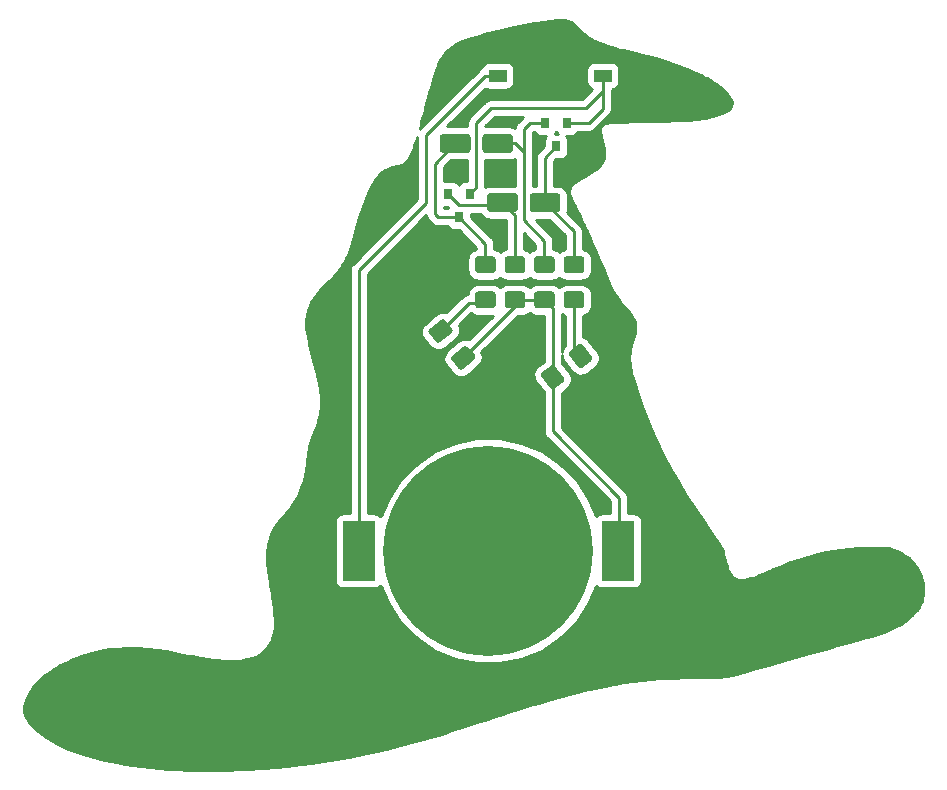
<source format=gbr>
G04 #@! TF.GenerationSoftware,KiCad,Pcbnew,(5.1.7)-1*
G04 #@! TF.CreationDate,2020-12-19T00:30:41-03:00*
G04 #@! TF.ProjectId,Sorting Hat,536f7274-696e-4672-9048-61742e6b6963,rev?*
G04 #@! TF.SameCoordinates,Original*
G04 #@! TF.FileFunction,Copper,L2,Bot*
G04 #@! TF.FilePolarity,Positive*
%FSLAX46Y46*%
G04 Gerber Fmt 4.6, Leading zero omitted, Abs format (unit mm)*
G04 Created by KiCad (PCBNEW (5.1.7)-1) date 2020-12-19 00:30:41*
%MOMM*%
%LPD*%
G01*
G04 APERTURE LIST*
G04 #@! TA.AperFunction,SMDPad,CuDef*
%ADD10R,1.500000X1.100000*%
G04 #@! TD*
G04 #@! TA.AperFunction,SMDPad,CuDef*
%ADD11R,2.790000X5.080000*%
G04 #@! TD*
G04 #@! TA.AperFunction,SMDPad,CuDef*
%ADD12C,17.780000*%
G04 #@! TD*
G04 #@! TA.AperFunction,SMDPad,CuDef*
%ADD13R,0.800000X0.900000*%
G04 #@! TD*
G04 #@! TA.AperFunction,Conductor*
%ADD14C,0.250000*%
G04 #@! TD*
G04 #@! TA.AperFunction,NonConductor*
%ADD15C,0.254000*%
G04 #@! TD*
G04 #@! TA.AperFunction,NonConductor*
%ADD16C,0.100000*%
G04 #@! TD*
G04 APERTURE END LIST*
D10*
X161549999Y-51250000D03*
X170450001Y-51250000D03*
D11*
X149765000Y-91500000D03*
X171735000Y-91500000D03*
D12*
X160750000Y-91500000D03*
G04 #@! TA.AperFunction,SMDPad,CuDef*
G36*
G01*
X162375000Y-66550000D02*
X163625000Y-66550000D01*
G75*
G02*
X163875000Y-66800000I0J-250000D01*
G01*
X163875000Y-67725000D01*
G75*
G02*
X163625000Y-67975000I-250000J0D01*
G01*
X162375000Y-67975000D01*
G75*
G02*
X162125000Y-67725000I0J250000D01*
G01*
X162125000Y-66800000D01*
G75*
G02*
X162375000Y-66550000I250000J0D01*
G01*
G37*
G04 #@! TD.AperFunction*
G04 #@! TA.AperFunction,SMDPad,CuDef*
G36*
G01*
X162375000Y-69525000D02*
X163625000Y-69525000D01*
G75*
G02*
X163875000Y-69775000I0J-250000D01*
G01*
X163875000Y-70700000D01*
G75*
G02*
X163625000Y-70950000I-250000J0D01*
G01*
X162375000Y-70950000D01*
G75*
G02*
X162125000Y-70700000I0J250000D01*
G01*
X162125000Y-69775000D01*
G75*
G02*
X162375000Y-69525000I250000J0D01*
G01*
G37*
G04 #@! TD.AperFunction*
G04 #@! TA.AperFunction,SMDPad,CuDef*
G36*
G01*
X159875000Y-66550000D02*
X161125000Y-66550000D01*
G75*
G02*
X161375000Y-66800000I0J-250000D01*
G01*
X161375000Y-67725000D01*
G75*
G02*
X161125000Y-67975000I-250000J0D01*
G01*
X159875000Y-67975000D01*
G75*
G02*
X159625000Y-67725000I0J250000D01*
G01*
X159625000Y-66800000D01*
G75*
G02*
X159875000Y-66550000I250000J0D01*
G01*
G37*
G04 #@! TD.AperFunction*
G04 #@! TA.AperFunction,SMDPad,CuDef*
G36*
G01*
X159875000Y-69525000D02*
X161125000Y-69525000D01*
G75*
G02*
X161375000Y-69775000I0J-250000D01*
G01*
X161375000Y-70700000D01*
G75*
G02*
X161125000Y-70950000I-250000J0D01*
G01*
X159875000Y-70950000D01*
G75*
G02*
X159625000Y-70700000I0J250000D01*
G01*
X159625000Y-69775000D01*
G75*
G02*
X159875000Y-69525000I250000J0D01*
G01*
G37*
G04 #@! TD.AperFunction*
G04 #@! TA.AperFunction,SMDPad,CuDef*
G36*
G01*
X167375000Y-69525000D02*
X168625000Y-69525000D01*
G75*
G02*
X168875000Y-69775000I0J-250000D01*
G01*
X168875000Y-70700000D01*
G75*
G02*
X168625000Y-70950000I-250000J0D01*
G01*
X167375000Y-70950000D01*
G75*
G02*
X167125000Y-70700000I0J250000D01*
G01*
X167125000Y-69775000D01*
G75*
G02*
X167375000Y-69525000I250000J0D01*
G01*
G37*
G04 #@! TD.AperFunction*
G04 #@! TA.AperFunction,SMDPad,CuDef*
G36*
G01*
X167375000Y-66550000D02*
X168625000Y-66550000D01*
G75*
G02*
X168875000Y-66800000I0J-250000D01*
G01*
X168875000Y-67725000D01*
G75*
G02*
X168625000Y-67975000I-250000J0D01*
G01*
X167375000Y-67975000D01*
G75*
G02*
X167125000Y-67725000I0J250000D01*
G01*
X167125000Y-66800000D01*
G75*
G02*
X167375000Y-66550000I250000J0D01*
G01*
G37*
G04 #@! TD.AperFunction*
G04 #@! TA.AperFunction,SMDPad,CuDef*
G36*
G01*
X164875000Y-69525000D02*
X166125000Y-69525000D01*
G75*
G02*
X166375000Y-69775000I0J-250000D01*
G01*
X166375000Y-70700000D01*
G75*
G02*
X166125000Y-70950000I-250000J0D01*
G01*
X164875000Y-70950000D01*
G75*
G02*
X164625000Y-70700000I0J250000D01*
G01*
X164625000Y-69775000D01*
G75*
G02*
X164875000Y-69525000I250000J0D01*
G01*
G37*
G04 #@! TD.AperFunction*
G04 #@! TA.AperFunction,SMDPad,CuDef*
G36*
G01*
X164875000Y-66550000D02*
X166125000Y-66550000D01*
G75*
G02*
X166375000Y-66800000I0J-250000D01*
G01*
X166375000Y-67725000D01*
G75*
G02*
X166125000Y-67975000I-250000J0D01*
G01*
X164875000Y-67975000D01*
G75*
G02*
X164625000Y-67725000I0J250000D01*
G01*
X164625000Y-66800000D01*
G75*
G02*
X164875000Y-66550000I250000J0D01*
G01*
G37*
G04 #@! TD.AperFunction*
G04 #@! TA.AperFunction,SMDPad,CuDef*
G36*
G01*
X159552911Y-75303555D02*
X158595355Y-76107040D01*
G75*
G02*
X158243147Y-76076226I-160697J191511D01*
G01*
X157648569Y-75367635D01*
G75*
G02*
X157679383Y-75015427I191511J160697D01*
G01*
X158636939Y-74211942D01*
G75*
G02*
X158989147Y-74242756I160697J-191511D01*
G01*
X159583725Y-74951347D01*
G75*
G02*
X159552911Y-75303555I-191511J-160697D01*
G01*
G37*
G04 #@! TD.AperFunction*
G04 #@! TA.AperFunction,SMDPad,CuDef*
G36*
G01*
X157640617Y-73024573D02*
X156683061Y-73828058D01*
G75*
G02*
X156330853Y-73797244I-160697J191511D01*
G01*
X155736275Y-73088653D01*
G75*
G02*
X155767089Y-72736445I191511J160697D01*
G01*
X156724645Y-71932960D01*
G75*
G02*
X157076853Y-71963774I160697J-191511D01*
G01*
X157671431Y-72672365D01*
G75*
G02*
X157640617Y-73024573I-191511J-160697D01*
G01*
G37*
G04 #@! TD.AperFunction*
G04 #@! TA.AperFunction,SMDPad,CuDef*
G36*
G01*
X168375076Y-75922741D02*
X167622808Y-74924446D01*
G75*
G02*
X167672013Y-74574333I199659J150454D01*
G01*
X168410751Y-74017654D01*
G75*
G02*
X168760864Y-74066859I150454J-199659D01*
G01*
X169513132Y-75065154D01*
G75*
G02*
X169463927Y-75415267I-199659J-150454D01*
G01*
X168725189Y-75971946D01*
G75*
G02*
X168375076Y-75922741I-150454J199659D01*
G01*
G37*
G04 #@! TD.AperFunction*
G04 #@! TA.AperFunction,SMDPad,CuDef*
G36*
G01*
X165999136Y-77713141D02*
X165246868Y-76714846D01*
G75*
G02*
X165296073Y-76364733I199659J150454D01*
G01*
X166034811Y-75808054D01*
G75*
G02*
X166384924Y-75857259I150454J-199659D01*
G01*
X167137192Y-76855554D01*
G75*
G02*
X167087987Y-77205667I-199659J-150454D01*
G01*
X166349249Y-77762346D01*
G75*
G02*
X165999136Y-77713141I-150454J199659D01*
G01*
G37*
G04 #@! TD.AperFunction*
D13*
X157300000Y-61250000D03*
X159200000Y-61250000D03*
X158250000Y-63250000D03*
X166500000Y-57250000D03*
X167450000Y-55250000D03*
X165550000Y-55250000D03*
G04 #@! TA.AperFunction,SMDPad,CuDef*
G36*
G01*
X156650000Y-57550000D02*
X156650000Y-56450000D01*
G75*
G02*
X156900000Y-56200000I250000J0D01*
G01*
X159000000Y-56200000D01*
G75*
G02*
X159250000Y-56450000I0J-250000D01*
G01*
X159250000Y-57550000D01*
G75*
G02*
X159000000Y-57800000I-250000J0D01*
G01*
X156900000Y-57800000D01*
G75*
G02*
X156650000Y-57550000I0J250000D01*
G01*
G37*
G04 #@! TD.AperFunction*
G04 #@! TA.AperFunction,SMDPad,CuDef*
G36*
G01*
X160250000Y-57550000D02*
X160250000Y-56450000D01*
G75*
G02*
X160500000Y-56200000I250000J0D01*
G01*
X162600000Y-56200000D01*
G75*
G02*
X162850000Y-56450000I0J-250000D01*
G01*
X162850000Y-57550000D01*
G75*
G02*
X162600000Y-57800000I-250000J0D01*
G01*
X160500000Y-57800000D01*
G75*
G02*
X160250000Y-57550000I0J250000D01*
G01*
G37*
G04 #@! TD.AperFunction*
G04 #@! TA.AperFunction,SMDPad,CuDef*
G36*
G01*
X163250000Y-61450000D02*
X163250000Y-62550000D01*
G75*
G02*
X163000000Y-62800000I-250000J0D01*
G01*
X160900000Y-62800000D01*
G75*
G02*
X160650000Y-62550000I0J250000D01*
G01*
X160650000Y-61450000D01*
G75*
G02*
X160900000Y-61200000I250000J0D01*
G01*
X163000000Y-61200000D01*
G75*
G02*
X163250000Y-61450000I0J-250000D01*
G01*
G37*
G04 #@! TD.AperFunction*
G04 #@! TA.AperFunction,SMDPad,CuDef*
G36*
G01*
X166850000Y-61450000D02*
X166850000Y-62550000D01*
G75*
G02*
X166600000Y-62800000I-250000J0D01*
G01*
X164500000Y-62800000D01*
G75*
G02*
X164250000Y-62550000I0J250000D01*
G01*
X164250000Y-61450000D01*
G75*
G02*
X164500000Y-61200000I250000J0D01*
G01*
X166600000Y-61200000D01*
G75*
G02*
X166850000Y-61450000I0J-250000D01*
G01*
G37*
G04 #@! TD.AperFunction*
D14*
X160500000Y-65500000D02*
X158250000Y-63250000D01*
X160500000Y-67262500D02*
X160500000Y-65500000D01*
X157000000Y-63250000D02*
X158250000Y-63250000D01*
X156500000Y-63250000D02*
X157000000Y-63250000D01*
X156250000Y-63000000D02*
X156500000Y-63250000D01*
X156250000Y-58700000D02*
X156250000Y-63000000D01*
X157950000Y-57000000D02*
X156250000Y-58700000D01*
X161750000Y-57000000D02*
X161550000Y-57000000D01*
X165500000Y-65250000D02*
X165500000Y-67262500D01*
X163750000Y-63500000D02*
X165500000Y-65250000D01*
X164250000Y-55250000D02*
X163750000Y-55750000D01*
X165550000Y-55250000D02*
X164250000Y-55250000D01*
X161550000Y-57000000D02*
X163000000Y-57000000D01*
X163750000Y-57750000D02*
X163750000Y-63500000D01*
X163000000Y-57000000D02*
X163750000Y-57750000D01*
X163750000Y-55750000D02*
X163750000Y-57750000D01*
X157300000Y-61250000D02*
X157300000Y-61300000D01*
X157300000Y-61300000D02*
X158250000Y-62250000D01*
X161700000Y-62250000D02*
X161950000Y-62000000D01*
X158250000Y-62250000D02*
X161700000Y-62250000D01*
X163000000Y-63050000D02*
X161950000Y-62000000D01*
X163000000Y-67262500D02*
X163000000Y-63050000D01*
X165550000Y-58200000D02*
X166500000Y-57250000D01*
X165550000Y-62000000D02*
X165550000Y-58200000D01*
X165750000Y-62200000D02*
X165550000Y-62000000D01*
X168000000Y-64450000D02*
X165550000Y-62000000D01*
X168000000Y-67262500D02*
X168000000Y-64450000D01*
X170500000Y-90265000D02*
X171735000Y-91500000D01*
X166192030Y-70929530D02*
X165500000Y-70237500D01*
X166192030Y-76785200D02*
X166192030Y-70929530D01*
X163000000Y-70775638D02*
X163000000Y-70237500D01*
X158616147Y-75159491D02*
X163000000Y-70775638D01*
X166192030Y-76785200D02*
X166192030Y-81382030D01*
X166192030Y-81382030D02*
X171800000Y-86990000D01*
X171800000Y-91435000D02*
X171735000Y-91500000D01*
X171800000Y-86990000D02*
X171800000Y-91435000D01*
X163000000Y-70237500D02*
X165500000Y-70237500D01*
X156703853Y-72880509D02*
X159084362Y-70500000D01*
X160237500Y-70500000D02*
X160500000Y-70237500D01*
X159084362Y-70500000D02*
X160237500Y-70500000D01*
X168000000Y-74426830D02*
X168567970Y-74994800D01*
X168000000Y-70237500D02*
X168000000Y-74426830D01*
X167450000Y-55250000D02*
X169250000Y-55250000D01*
X169250000Y-55250000D02*
X170450001Y-54049999D01*
X161000000Y-54000000D02*
X169000000Y-54000000D01*
X159740000Y-55260000D02*
X161000000Y-54000000D01*
X159740000Y-60710000D02*
X159740000Y-55260000D01*
X159200000Y-61250000D02*
X159740000Y-60710000D01*
X169000000Y-54000000D02*
X170450001Y-52549999D01*
X170450001Y-52549999D02*
X170450001Y-51250000D01*
X170450001Y-54049999D02*
X170450001Y-52549999D01*
X149750000Y-91485000D02*
X149765000Y-91500000D01*
X149765000Y-91500000D02*
X149765000Y-67735000D01*
X149765000Y-67735000D02*
X155500000Y-62000000D01*
X155500000Y-62000000D02*
X155500000Y-56250000D01*
X160500000Y-51250000D02*
X161549999Y-51250000D01*
X155500000Y-56250000D02*
X160500000Y-51250000D01*
D15*
X167083874Y-46527557D02*
X167269543Y-46558727D01*
X167446661Y-46609503D01*
X167518588Y-46636412D01*
X167611900Y-46675533D01*
X167692792Y-46714284D01*
X167766898Y-46756420D01*
X167841140Y-46806668D01*
X167921987Y-46870076D01*
X168014950Y-46951311D01*
X168125011Y-47054532D01*
X168256914Y-47183485D01*
X168344345Y-47270543D01*
X168346325Y-47272473D01*
X168609683Y-47523528D01*
X168615079Y-47528385D01*
X168872758Y-47747333D01*
X168879387Y-47752596D01*
X169141331Y-47946672D01*
X169148557Y-47951648D01*
X169424711Y-48128091D01*
X169431637Y-48132213D01*
X169731945Y-48298259D01*
X169735771Y-48300290D01*
X169814720Y-48340490D01*
X169818128Y-48342162D01*
X170117125Y-48483321D01*
X170122644Y-48485768D01*
X170435300Y-48615583D01*
X170440720Y-48617689D01*
X170772205Y-48737847D01*
X170777264Y-48739561D01*
X171132750Y-48851745D01*
X171137262Y-48853078D01*
X171521918Y-48958974D01*
X171525785Y-48959973D01*
X171944782Y-49061265D01*
X171947303Y-49061847D01*
X172187980Y-49114865D01*
X172188078Y-49114887D01*
X172857340Y-49261758D01*
X173486941Y-49408132D01*
X174081073Y-49555190D01*
X174643286Y-49703973D01*
X175177088Y-49855508D01*
X175686008Y-50010824D01*
X176173675Y-50170986D01*
X176643611Y-50337025D01*
X177099439Y-50510012D01*
X177545374Y-50691268D01*
X177615587Y-50720918D01*
X177759604Y-50783786D01*
X177928778Y-50860520D01*
X178116368Y-50947837D01*
X178315363Y-51042331D01*
X178518145Y-51140298D01*
X178718076Y-51238500D01*
X178907813Y-51333358D01*
X179080109Y-51421330D01*
X179227843Y-51498929D01*
X179344120Y-51562767D01*
X179349357Y-51565752D01*
X179502364Y-51656401D01*
X179670366Y-51761384D01*
X179844103Y-51874512D01*
X180013473Y-51989054D01*
X180168412Y-52098264D01*
X180299228Y-52195620D01*
X180337132Y-52225395D01*
X180451766Y-52322376D01*
X180579732Y-52439447D01*
X180712685Y-52568315D01*
X180841590Y-52699961D01*
X180957429Y-52825258D01*
X181051721Y-52935525D01*
X181080139Y-52971758D01*
X181210626Y-53165032D01*
X181298787Y-53341750D01*
X181347444Y-53502245D01*
X181359634Y-53646651D01*
X181338345Y-53778164D01*
X181283579Y-53902203D01*
X181189900Y-54025141D01*
X181140085Y-54073725D01*
X181040407Y-54149318D01*
X180901641Y-54231673D01*
X180727295Y-54318236D01*
X180523285Y-54405810D01*
X180294919Y-54491913D01*
X180047265Y-54574322D01*
X179784371Y-54651204D01*
X179718964Y-54668745D01*
X179429656Y-54740271D01*
X179138616Y-54802475D01*
X178839163Y-54856361D01*
X178525199Y-54902761D01*
X178190569Y-54942484D01*
X177829511Y-54976284D01*
X177435772Y-55004961D01*
X177119567Y-55023345D01*
X177063176Y-55025731D01*
X176967163Y-55029054D01*
X176836419Y-55033158D01*
X176836419Y-55033157D01*
X176674050Y-55037958D01*
X176484550Y-55043329D01*
X176271576Y-55049168D01*
X176038619Y-55055379D01*
X175789767Y-55061848D01*
X175528665Y-55068474D01*
X175258945Y-55075156D01*
X175186119Y-55076933D01*
X175186097Y-55076933D01*
X174629516Y-55090611D01*
X174629441Y-55090613D01*
X174110249Y-55103677D01*
X174110163Y-55103679D01*
X173628777Y-55116118D01*
X173628678Y-55116121D01*
X173185512Y-55127920D01*
X173185393Y-55127923D01*
X172780865Y-55139072D01*
X172780722Y-55139076D01*
X172415247Y-55149561D01*
X172415069Y-55149566D01*
X172089064Y-55159375D01*
X172088838Y-55159382D01*
X171802718Y-55168503D01*
X171802416Y-55168513D01*
X171556599Y-55176933D01*
X171556179Y-55176949D01*
X171351079Y-55184655D01*
X171350445Y-55184680D01*
X171186480Y-55191660D01*
X171185415Y-55191710D01*
X171063000Y-55197952D01*
X171061035Y-55198067D01*
X170988985Y-55202861D01*
X170982218Y-55203494D01*
X170790349Y-55226622D01*
X170775838Y-55229233D01*
X170621720Y-55266316D01*
X170599476Y-55273905D01*
X170480117Y-55327416D01*
X170451154Y-55345418D01*
X170363558Y-55417830D01*
X170346016Y-55435497D01*
X170336888Y-55448231D01*
X170278062Y-55542015D01*
X170263384Y-55575145D01*
X170230333Y-55692774D01*
X170225923Y-55718055D01*
X170215653Y-55861435D01*
X170215367Y-55873639D01*
X170217223Y-55948906D01*
X170217581Y-55955814D01*
X170223819Y-56034482D01*
X170224530Y-56041182D01*
X170236233Y-56129197D01*
X170237062Y-56134552D01*
X170255313Y-56237862D01*
X170256032Y-56241605D01*
X170281912Y-56366155D01*
X170282433Y-56368546D01*
X170317025Y-56520284D01*
X170317357Y-56521705D01*
X170361743Y-56706578D01*
X170361881Y-56707146D01*
X170376861Y-56768297D01*
X170412767Y-56916236D01*
X170447560Y-57062970D01*
X170479116Y-57199279D01*
X170505191Y-57315417D01*
X170523658Y-57402109D01*
X170526425Y-57416039D01*
X170547495Y-57560812D01*
X170559243Y-57721543D01*
X170561657Y-57886873D01*
X170554751Y-58042418D01*
X170538917Y-58174733D01*
X170527224Y-58230200D01*
X170474201Y-58399521D01*
X170405391Y-58555232D01*
X170317831Y-58701549D01*
X170207869Y-58842665D01*
X170071555Y-58982150D01*
X169905126Y-59122893D01*
X169705302Y-59267344D01*
X169469137Y-59417885D01*
X169193269Y-59577322D01*
X169148367Y-59602115D01*
X168927481Y-59723765D01*
X168927051Y-59724003D01*
X168739720Y-59828121D01*
X168738961Y-59828547D01*
X168581393Y-59917541D01*
X168580160Y-59918246D01*
X168448566Y-59994523D01*
X168446682Y-59995637D01*
X168337269Y-60061602D01*
X168334542Y-60063293D01*
X168243522Y-60121354D01*
X168239850Y-60123787D01*
X168163432Y-60176349D01*
X168158942Y-60179584D01*
X168093334Y-60229055D01*
X168088529Y-60232863D01*
X168029942Y-60281648D01*
X168025611Y-60285424D01*
X167970254Y-60335930D01*
X167967267Y-60338745D01*
X167919676Y-60385071D01*
X167913273Y-60391777D01*
X167790916Y-60529650D01*
X167778232Y-60546600D01*
X167693500Y-60682065D01*
X167681677Y-60706401D01*
X167631055Y-60847039D01*
X167624619Y-60873611D01*
X167604594Y-61027003D01*
X167603549Y-61040982D01*
X167602905Y-61074215D01*
X167602940Y-61080552D01*
X167605649Y-61169271D01*
X167606449Y-61180139D01*
X167616478Y-61265942D01*
X167618551Y-61278331D01*
X167637936Y-61366970D01*
X167640925Y-61378163D01*
X167671702Y-61475392D01*
X167674709Y-61483843D01*
X167718911Y-61595415D01*
X167721305Y-61601056D01*
X167780969Y-61732724D01*
X167782596Y-61736175D01*
X167859757Y-61893693D01*
X167860684Y-61895548D01*
X167943257Y-62057370D01*
X167943431Y-62057708D01*
X168063128Y-62290559D01*
X168178081Y-62516618D01*
X168289649Y-62738843D01*
X168399037Y-62959895D01*
X168507195Y-63181918D01*
X168615559Y-63408049D01*
X168725009Y-63640276D01*
X168837044Y-63881896D01*
X168952535Y-64134861D01*
X169072794Y-64402078D01*
X169198947Y-64686050D01*
X169332249Y-64989566D01*
X169473480Y-65314334D01*
X169624375Y-65664255D01*
X169785521Y-66040575D01*
X169958535Y-66446936D01*
X170144194Y-66885016D01*
X170343904Y-67357967D01*
X170509859Y-67751973D01*
X170509972Y-67752238D01*
X170646207Y-68073642D01*
X170646535Y-68074409D01*
X170769849Y-68360096D01*
X170770295Y-68361118D01*
X170882553Y-68615038D01*
X170883148Y-68616364D01*
X170986216Y-68842465D01*
X170986990Y-68844131D01*
X171082735Y-69046364D01*
X171083713Y-69048382D01*
X171174002Y-69230696D01*
X171175188Y-69233031D01*
X171261885Y-69399376D01*
X171263256Y-69401935D01*
X171348228Y-69556259D01*
X171349644Y-69558762D01*
X171426653Y-69691423D01*
X171428512Y-69694524D01*
X171616468Y-69998066D01*
X171619303Y-70002441D01*
X171810152Y-70284129D01*
X171813483Y-70288813D01*
X172015411Y-70559605D01*
X172018854Y-70564017D01*
X172240047Y-70834873D01*
X172243173Y-70838554D01*
X172491818Y-71120432D01*
X172493212Y-71121987D01*
X172502612Y-71132297D01*
X172629358Y-71273051D01*
X172729915Y-71389618D01*
X172809576Y-71488775D01*
X172873818Y-71577413D01*
X172928638Y-71663260D01*
X172980337Y-71755146D01*
X172995094Y-71783276D01*
X173077814Y-71958463D01*
X173133882Y-72115847D01*
X173169669Y-72274800D01*
X173189784Y-72455552D01*
X173194332Y-72544946D01*
X173195977Y-72731413D01*
X173184856Y-72890072D01*
X173158922Y-73039418D01*
X173114842Y-73198805D01*
X173065761Y-73340274D01*
X172979799Y-73576571D01*
X172979145Y-73578413D01*
X172908055Y-73783606D01*
X172907062Y-73786591D01*
X172849624Y-73966681D01*
X172848322Y-73971029D01*
X172802997Y-74132907D01*
X172801548Y-74138584D01*
X172766793Y-74289143D01*
X172765462Y-74295688D01*
X172739736Y-74441817D01*
X172738759Y-74448366D01*
X172720522Y-74596957D01*
X172719959Y-74602576D01*
X172707669Y-74760521D01*
X172707416Y-74764631D01*
X172699532Y-74938820D01*
X172699463Y-74940622D01*
X172697893Y-74991207D01*
X172697848Y-74993150D01*
X172694556Y-75202517D01*
X172694560Y-75206763D01*
X172697993Y-75400575D01*
X172698206Y-75406011D01*
X172709447Y-75591427D01*
X172709966Y-75597542D01*
X172730098Y-75781721D01*
X172730909Y-75787786D01*
X172761014Y-75977887D01*
X172761979Y-75983238D01*
X172803140Y-76186419D01*
X172804078Y-76190672D01*
X172857375Y-76414094D01*
X172858153Y-76417180D01*
X172924671Y-76667999D01*
X172925164Y-76669807D01*
X172980123Y-76865347D01*
X172980912Y-76868038D01*
X173306501Y-77935403D01*
X173307838Y-77939532D01*
X173675455Y-79011935D01*
X173676882Y-79015886D01*
X174086524Y-80093321D01*
X174088028Y-80097092D01*
X174539690Y-81179552D01*
X174541254Y-81183145D01*
X175034934Y-82270622D01*
X175036547Y-82274037D01*
X175572240Y-83366525D01*
X175573888Y-83369768D01*
X176151591Y-84467260D01*
X176153263Y-84470334D01*
X176772972Y-85572822D01*
X176774659Y-85575732D01*
X177436372Y-86683210D01*
X177438065Y-86685963D01*
X178141776Y-87798423D01*
X178143467Y-87801026D01*
X178889174Y-88918463D01*
X178890857Y-88920922D01*
X179678555Y-90043327D01*
X179679763Y-90045018D01*
X180042976Y-90544968D01*
X180181471Y-90742245D01*
X180300759Y-90932064D01*
X180404926Y-91122597D01*
X180497288Y-91321199D01*
X180580996Y-91535352D01*
X180658936Y-91772306D01*
X180733847Y-92039062D01*
X180808559Y-92342918D01*
X180812240Y-92358788D01*
X180812677Y-92360609D01*
X180868588Y-92586472D01*
X180869650Y-92590479D01*
X180928179Y-92797676D01*
X180929590Y-92802331D01*
X180988858Y-92985081D01*
X180990990Y-92991128D01*
X181049116Y-93143652D01*
X181052982Y-93152722D01*
X181108085Y-93269237D01*
X181111715Y-93276329D01*
X181114007Y-93280480D01*
X181118351Y-93287762D01*
X181245551Y-93485654D01*
X181257167Y-93501023D01*
X181396848Y-93659285D01*
X181413912Y-93675351D01*
X181567416Y-93795195D01*
X181589695Y-93809138D01*
X181758362Y-93891773D01*
X181774024Y-93898190D01*
X181821107Y-93913907D01*
X181833957Y-93917459D01*
X181950570Y-93943188D01*
X181967888Y-93945773D01*
X182100655Y-93956307D01*
X182115067Y-93956630D01*
X182265811Y-93951443D01*
X182277280Y-93950527D01*
X182447821Y-93929094D01*
X182456750Y-93927647D01*
X182648910Y-93889442D01*
X182655806Y-93887870D01*
X182871408Y-93832368D01*
X182876733Y-93830873D01*
X183117597Y-93757548D01*
X183121722Y-93756215D01*
X183389671Y-93664542D01*
X183392881Y-93663395D01*
X183689736Y-93552847D01*
X183692244Y-93551883D01*
X184019827Y-93421936D01*
X184021794Y-93421137D01*
X184381927Y-93271264D01*
X184383471Y-93270609D01*
X184777975Y-93100285D01*
X184778782Y-93099933D01*
X184892364Y-93049958D01*
X185151614Y-92936054D01*
X185379658Y-92837235D01*
X185583450Y-92750640D01*
X185769962Y-92673392D01*
X185946825Y-92602340D01*
X186121182Y-92534543D01*
X186300401Y-92466977D01*
X186374776Y-92439461D01*
X187217013Y-92151611D01*
X188074638Y-91902293D01*
X188946789Y-91691564D01*
X189831200Y-91519954D01*
X190726330Y-91387875D01*
X191184260Y-91336135D01*
X191398453Y-91314849D01*
X191590659Y-91296911D01*
X191766685Y-91282095D01*
X191933106Y-91270096D01*
X192096637Y-91260609D01*
X192263776Y-91253343D01*
X192441463Y-91248001D01*
X192635980Y-91244314D01*
X192854245Y-91242001D01*
X193102060Y-91240788D01*
X193371568Y-91240397D01*
X193615183Y-91240371D01*
X193820906Y-91240585D01*
X193992096Y-91241185D01*
X194133511Y-91242322D01*
X194248654Y-91244135D01*
X194341819Y-91246755D01*
X194416887Y-91250288D01*
X194477937Y-91254811D01*
X194529595Y-91260429D01*
X194576824Y-91267347D01*
X194624820Y-91275935D01*
X194670845Y-91285049D01*
X195038379Y-91380301D01*
X195388114Y-91512597D01*
X195721957Y-91682059D01*
X196038805Y-91888109D01*
X196338158Y-92130775D01*
X196539199Y-92325114D01*
X196803400Y-92627455D01*
X197030662Y-92946950D01*
X197221036Y-93283040D01*
X197374001Y-93634582D01*
X197489643Y-94002532D01*
X197522912Y-94143825D01*
X197545313Y-94276436D01*
X197562936Y-94437771D01*
X197575024Y-94615459D01*
X197580897Y-94795887D01*
X197580048Y-94965441D01*
X197572135Y-95111396D01*
X197565302Y-95172163D01*
X197511609Y-95456138D01*
X197432663Y-95723493D01*
X197326456Y-95978641D01*
X197190809Y-96225171D01*
X197023278Y-96466464D01*
X196821367Y-96705538D01*
X196582681Y-96945118D01*
X196304927Y-97187812D01*
X196015767Y-97413935D01*
X195682063Y-97642597D01*
X195309219Y-97859667D01*
X194897308Y-98065062D01*
X194447549Y-98257997D01*
X193960333Y-98438054D01*
X193765900Y-98502836D01*
X193677624Y-98531085D01*
X193581193Y-98561262D01*
X193473889Y-98594148D01*
X193353806Y-98630279D01*
X193217942Y-98670528D01*
X193063083Y-98715825D01*
X192887877Y-98766555D01*
X192887877Y-98766554D01*
X192688521Y-98823815D01*
X192688521Y-98823816D01*
X192463350Y-98888090D01*
X192209038Y-98960335D01*
X191923528Y-99041148D01*
X191603799Y-99131400D01*
X191247543Y-99231758D01*
X191019242Y-99295992D01*
X191019242Y-99295991D01*
X190312844Y-99494710D01*
X190312830Y-99494714D01*
X189618360Y-99690163D01*
X189618346Y-99690167D01*
X188939403Y-99881331D01*
X188939388Y-99881335D01*
X188279576Y-100067200D01*
X188279560Y-100067205D01*
X187642477Y-100246755D01*
X187642460Y-100246760D01*
X187031710Y-100418981D01*
X187031692Y-100418986D01*
X186450874Y-100582863D01*
X186450852Y-100582869D01*
X185903567Y-100737387D01*
X185903543Y-100737394D01*
X185393394Y-100881538D01*
X185393389Y-100881539D01*
X185388764Y-100882846D01*
X185388752Y-100882850D01*
X184921924Y-101014822D01*
X184921922Y-101014822D01*
X184493979Y-101135809D01*
X184103053Y-101246322D01*
X184103053Y-101246323D01*
X183747311Y-101346860D01*
X183424867Y-101437936D01*
X183424867Y-101437935D01*
X183133826Y-101520065D01*
X182872462Y-101593720D01*
X182638700Y-101659466D01*
X182638700Y-101659467D01*
X182430993Y-101717724D01*
X182247225Y-101769070D01*
X182085637Y-101813984D01*
X181944085Y-101853051D01*
X181821629Y-101886526D01*
X181715204Y-101915246D01*
X181623942Y-101939451D01*
X181545609Y-101959750D01*
X181478478Y-101976621D01*
X181420590Y-101990600D01*
X181370195Y-102002175D01*
X181325211Y-102011910D01*
X181283824Y-102020305D01*
X181243647Y-102027967D01*
X181202760Y-102035401D01*
X181159471Y-102043075D01*
X181111824Y-102051510D01*
X181111571Y-102051555D01*
X181083369Y-102056607D01*
X180924768Y-102084100D01*
X180771292Y-102108195D01*
X180618551Y-102129226D01*
X180462796Y-102147406D01*
X180300314Y-102162935D01*
X180127317Y-102176003D01*
X179940052Y-102186791D01*
X179734847Y-102195471D01*
X179508193Y-102202203D01*
X179256551Y-102207162D01*
X178976151Y-102210525D01*
X178663439Y-102212468D01*
X178315000Y-102213169D01*
X177983348Y-102212915D01*
X177646252Y-102212567D01*
X177646000Y-102212567D01*
X177346299Y-102212853D01*
X177345924Y-102212854D01*
X177078684Y-102213897D01*
X177078161Y-102213900D01*
X176838449Y-102215823D01*
X176837759Y-102215830D01*
X176620638Y-102218752D01*
X176619772Y-102218767D01*
X176420309Y-102222812D01*
X176419289Y-102222837D01*
X176232550Y-102228125D01*
X176231426Y-102228162D01*
X176052475Y-102234816D01*
X176051329Y-102234863D01*
X175875233Y-102243004D01*
X175874159Y-102243059D01*
X175695982Y-102252809D01*
X175695063Y-102252862D01*
X175509872Y-102264343D01*
X175509160Y-102264390D01*
X175312019Y-102277724D01*
X175311714Y-102277744D01*
X175286176Y-102279533D01*
X175284628Y-102279651D01*
X174552127Y-102339970D01*
X174549178Y-102340248D01*
X173801087Y-102419458D01*
X173798256Y-102419790D01*
X173032838Y-102518248D01*
X173030141Y-102518624D01*
X172245664Y-102636684D01*
X172243109Y-102637095D01*
X171437839Y-102775116D01*
X171435434Y-102775552D01*
X170607637Y-102933890D01*
X170605385Y-102934342D01*
X169753326Y-103113352D01*
X169751227Y-103113812D01*
X168873172Y-103313852D01*
X168871225Y-103314312D01*
X167965442Y-103535738D01*
X167963642Y-103536192D01*
X167028395Y-103779360D01*
X167026738Y-103779803D01*
X166060294Y-104045070D01*
X166058773Y-104045497D01*
X165059398Y-104333219D01*
X165058337Y-104333530D01*
X164537937Y-104488272D01*
X164537463Y-104488414D01*
X164280795Y-104565824D01*
X164280512Y-104565909D01*
X164025037Y-104643608D01*
X164024735Y-104643701D01*
X163767696Y-104722575D01*
X163767384Y-104722671D01*
X163506021Y-104803607D01*
X163505711Y-104803703D01*
X163237266Y-104887586D01*
X163236965Y-104887681D01*
X162958680Y-104975398D01*
X162958397Y-104975487D01*
X162667513Y-105067923D01*
X162667252Y-105068006D01*
X162361012Y-105166048D01*
X162360779Y-105166123D01*
X162036423Y-105270656D01*
X162036216Y-105270723D01*
X161690986Y-105382634D01*
X161690808Y-105382692D01*
X161321947Y-105502867D01*
X161321795Y-105502917D01*
X160926543Y-105632241D01*
X160926415Y-105632283D01*
X160502014Y-105771643D01*
X160501908Y-105771678D01*
X160045600Y-105921959D01*
X160045513Y-105921987D01*
X159554539Y-106084076D01*
X159554470Y-106084099D01*
X159041564Y-106253754D01*
X158772837Y-106342485D01*
X158499500Y-106432316D01*
X158499500Y-106432315D01*
X158226085Y-106521778D01*
X157958407Y-106608991D01*
X157701026Y-106692476D01*
X157459814Y-106770332D01*
X157239190Y-106841128D01*
X157045247Y-106902894D01*
X156882548Y-106954151D01*
X156790301Y-106982791D01*
X155217867Y-107447875D01*
X153651367Y-107873131D01*
X152085567Y-108259718D01*
X150515889Y-108608605D01*
X148937768Y-108920753D01*
X147346576Y-109197139D01*
X145737566Y-109438752D01*
X144217624Y-109633507D01*
X143815176Y-109680058D01*
X143433065Y-109722366D01*
X143065620Y-109760897D01*
X142705209Y-109796331D01*
X142345530Y-109829211D01*
X141979544Y-109860146D01*
X141600621Y-109889713D01*
X141201850Y-109918511D01*
X140776202Y-109947144D01*
X140317123Y-109976184D01*
X140162451Y-109985633D01*
X140098924Y-109988283D01*
X139996060Y-109990978D01*
X139857315Y-109993674D01*
X139686485Y-109996337D01*
X139488233Y-109998932D01*
X139265384Y-110001447D01*
X139021755Y-110003861D01*
X138761348Y-110006148D01*
X138487539Y-110008294D01*
X138203922Y-110010275D01*
X137914087Y-110012075D01*
X137914087Y-110012076D01*
X137621946Y-110013671D01*
X137330738Y-110015045D01*
X137044373Y-110016176D01*
X136766497Y-110017045D01*
X136766497Y-110017044D01*
X136500389Y-110017631D01*
X136250046Y-110017916D01*
X136019133Y-110017879D01*
X135810791Y-110017500D01*
X135629397Y-110016761D01*
X135477820Y-110015642D01*
X135360946Y-110014136D01*
X135283667Y-110012294D01*
X134443778Y-109976942D01*
X133639350Y-109930020D01*
X132865317Y-109870958D01*
X132116138Y-109799157D01*
X131386579Y-109714042D01*
X130670980Y-109614989D01*
X129964108Y-109501422D01*
X129260073Y-109372655D01*
X128924901Y-109305942D01*
X128250669Y-109161484D01*
X127616878Y-109011400D01*
X127020874Y-108854721D01*
X126460500Y-108690598D01*
X125933424Y-108518143D01*
X125437358Y-108336485D01*
X124969961Y-108144740D01*
X124528940Y-107942042D01*
X124111848Y-107727447D01*
X123716373Y-107500070D01*
X123340089Y-107258945D01*
X122980110Y-107002746D01*
X122775155Y-106844652D01*
X122617643Y-106714382D01*
X122455845Y-106571121D01*
X122295380Y-106420503D01*
X122142410Y-106268699D01*
X122002923Y-106121784D01*
X121883181Y-105986230D01*
X121788930Y-105868146D01*
X121749383Y-105811783D01*
X121617342Y-105582700D01*
X121523678Y-105357978D01*
X121466592Y-105133507D01*
X121445173Y-104905335D01*
X121459350Y-104669119D01*
X121509872Y-104420935D01*
X121597804Y-104157699D01*
X121724831Y-103875263D01*
X121752743Y-103820741D01*
X121980090Y-103425788D01*
X122238459Y-103053104D01*
X122530326Y-102699328D01*
X122857180Y-102362983D01*
X123220574Y-102042636D01*
X123622099Y-101736911D01*
X124018973Y-101472194D01*
X124157199Y-101389378D01*
X124328164Y-101293460D01*
X124523213Y-101188951D01*
X124733916Y-101080151D01*
X124952305Y-100971088D01*
X125169998Y-100865980D01*
X125379143Y-100768776D01*
X125571786Y-100683466D01*
X125653642Y-100648925D01*
X126259773Y-100417611D01*
X126877156Y-100221025D01*
X127510919Y-100057740D01*
X128164863Y-99926861D01*
X128843680Y-99827382D01*
X129184896Y-99790050D01*
X129352034Y-99776585D01*
X129553793Y-99765082D01*
X129781635Y-99755725D01*
X130026906Y-99748675D01*
X130280645Y-99744085D01*
X130534577Y-99742084D01*
X130779821Y-99742802D01*
X131008119Y-99746361D01*
X131210662Y-99752870D01*
X131303593Y-99757489D01*
X131547436Y-99772572D01*
X131780833Y-99789459D01*
X132007815Y-99808738D01*
X132232868Y-99831034D01*
X132460361Y-99856966D01*
X132694712Y-99887163D01*
X132940193Y-99922244D01*
X133201249Y-99962852D01*
X133481988Y-100009581D01*
X133786976Y-100063096D01*
X134120523Y-100124026D01*
X134486316Y-100192878D01*
X134889517Y-100270432D01*
X134916607Y-100275689D01*
X134916763Y-100275719D01*
X135322369Y-100353902D01*
X135322792Y-100353983D01*
X135691010Y-100423668D01*
X135691574Y-100423774D01*
X136026356Y-100485564D01*
X136027087Y-100485696D01*
X136332387Y-100540200D01*
X136333309Y-100540361D01*
X136613081Y-100588182D01*
X136614209Y-100588370D01*
X136872407Y-100630116D01*
X136873742Y-100630324D01*
X137114319Y-100666599D01*
X137115839Y-100666819D01*
X137342748Y-100698231D01*
X137344409Y-100698450D01*
X137561604Y-100725603D01*
X137563329Y-100725807D01*
X137774765Y-100749307D01*
X137776461Y-100749484D01*
X137986089Y-100769937D01*
X137987659Y-100770080D01*
X138199435Y-100788093D01*
X138200531Y-100788182D01*
X138324782Y-100797667D01*
X138327417Y-100797840D01*
X138491775Y-100806954D01*
X138495126Y-100807096D01*
X138682970Y-100812543D01*
X138685430Y-100812590D01*
X138888298Y-100814540D01*
X138890354Y-100814543D01*
X139099784Y-100813166D01*
X139101724Y-100813139D01*
X139309254Y-100808604D01*
X139311321Y-100808542D01*
X139508491Y-100801020D01*
X139510999Y-100800899D01*
X139689346Y-100790560D01*
X139692874Y-100790306D01*
X139843937Y-100777319D01*
X139849012Y-100776780D01*
X139941504Y-100765069D01*
X139950004Y-100763699D01*
X140339498Y-100687275D01*
X140350622Y-100684566D01*
X140708533Y-100580122D01*
X140720749Y-100575871D01*
X141047429Y-100443178D01*
X141060400Y-100437034D01*
X141356197Y-100275863D01*
X141369354Y-100267613D01*
X141634622Y-100077735D01*
X141647228Y-100067428D01*
X141882316Y-99848614D01*
X141893622Y-99836630D01*
X142098881Y-99588652D01*
X142108321Y-99575655D01*
X142284102Y-99298282D01*
X142289143Y-99289585D01*
X142337799Y-99197407D01*
X142341569Y-99189635D01*
X142456543Y-98930543D01*
X142461237Y-98918294D01*
X142549287Y-98647450D01*
X142552631Y-98635072D01*
X142615281Y-98345841D01*
X142617203Y-98334506D01*
X142655975Y-98020251D01*
X142656733Y-98011795D01*
X142671053Y-97755853D01*
X142671222Y-97751451D01*
X142674610Y-97591711D01*
X142674639Y-97588874D01*
X142674460Y-97430855D01*
X142674417Y-97427700D01*
X142670250Y-97267361D01*
X142670125Y-97264135D01*
X142661549Y-97097434D01*
X142661355Y-97094372D01*
X142647948Y-96917268D01*
X142647712Y-96914541D01*
X142629052Y-96722994D01*
X142628806Y-96720692D01*
X142604472Y-96510659D01*
X142604242Y-96508797D01*
X142573811Y-96276239D01*
X142573613Y-96274790D01*
X142536665Y-96015663D01*
X142536505Y-96014569D01*
X142492617Y-95724834D01*
X142492493Y-95724036D01*
X142441244Y-95399651D01*
X142441165Y-95399157D01*
X142400163Y-95146112D01*
X142400161Y-95146097D01*
X142334985Y-94744151D01*
X142277289Y-94381312D01*
X142226564Y-94053445D01*
X142182484Y-93757548D01*
X142144769Y-93491000D01*
X142112931Y-93249721D01*
X142086687Y-93031145D01*
X142065631Y-92831792D01*
X142049385Y-92648437D01*
X142037568Y-92477844D01*
X142029794Y-92316562D01*
X142025687Y-92161269D01*
X142024885Y-92008653D01*
X142027044Y-91854610D01*
X142027476Y-91836340D01*
X142035082Y-91611762D01*
X142046683Y-91419723D01*
X142063578Y-91248248D01*
X142087143Y-91085114D01*
X142118945Y-90917839D01*
X142160783Y-90733666D01*
X142163456Y-90722629D01*
X142282907Y-90318226D01*
X142440567Y-89927274D01*
X142636346Y-89549314D01*
X142778867Y-89319237D01*
X142860943Y-89197141D01*
X142937171Y-89088983D01*
X143012902Y-88988127D01*
X143094771Y-88886177D01*
X143189295Y-88775047D01*
X143302880Y-88646848D01*
X143417222Y-88520726D01*
X143417499Y-88520419D01*
X143515400Y-88411723D01*
X143516322Y-88410689D01*
X143617316Y-88296069D01*
X143618166Y-88295094D01*
X143713394Y-88184773D01*
X143714437Y-88183549D01*
X143795036Y-88087749D01*
X143796359Y-88086150D01*
X143834429Y-88039369D01*
X143838185Y-88034519D01*
X144160939Y-87596274D01*
X144166452Y-87588148D01*
X144453472Y-87127737D01*
X144458333Y-87119225D01*
X144708788Y-86638436D01*
X144712966Y-86629600D01*
X144926028Y-86130218D01*
X144929503Y-86121123D01*
X145104342Y-85604936D01*
X145107099Y-85595646D01*
X145242887Y-85064440D01*
X145244178Y-85058866D01*
X145265126Y-84958221D01*
X145265528Y-84956208D01*
X145301653Y-84767400D01*
X145302162Y-84764567D01*
X145332133Y-84586096D01*
X145332645Y-84582780D01*
X145357849Y-84403873D01*
X145358262Y-84400641D01*
X145380088Y-84210526D01*
X145380365Y-84207868D01*
X145400202Y-83995774D01*
X145400357Y-83993975D01*
X145417400Y-83778808D01*
X145446965Y-83442534D01*
X145483849Y-83142253D01*
X145530054Y-82868522D01*
X145587536Y-82612677D01*
X145658404Y-82365756D01*
X145744933Y-82118767D01*
X145849596Y-81862648D01*
X145941858Y-81658468D01*
X145942431Y-81657182D01*
X146110002Y-81275111D01*
X146112637Y-81268622D01*
X146249416Y-80903212D01*
X146251958Y-80895717D01*
X146360945Y-80538129D01*
X146363100Y-80530132D01*
X146447296Y-80171529D01*
X146448179Y-80167472D01*
X146449063Y-80163064D01*
X146449209Y-80162322D01*
X146481063Y-79998425D01*
X146481488Y-79996126D01*
X146506621Y-79852773D01*
X146507202Y-79849155D01*
X146526382Y-79717531D01*
X146526965Y-79712945D01*
X146540959Y-79584237D01*
X146541383Y-79579520D01*
X146550957Y-79444912D01*
X146551177Y-79440936D01*
X146557100Y-79291615D01*
X146557180Y-79288814D01*
X146560219Y-79115967D01*
X146560238Y-79114304D01*
X146561159Y-78909115D01*
X146561160Y-78908562D01*
X146561164Y-78878692D01*
X146561163Y-78878162D01*
X146560458Y-78703742D01*
X146560444Y-78702310D01*
X146557981Y-78541541D01*
X146557930Y-78539387D01*
X146553055Y-78388420D01*
X146552931Y-78385577D01*
X146544992Y-78240564D01*
X146544762Y-78237183D01*
X146533108Y-78094278D01*
X146532756Y-78090619D01*
X146516734Y-77945974D01*
X146516278Y-77942339D01*
X146495235Y-77792106D01*
X146494722Y-77788765D01*
X146468007Y-77629096D01*
X146467492Y-77626224D01*
X146434453Y-77453273D01*
X146433985Y-77450940D01*
X146393968Y-77260858D01*
X146393575Y-77259056D01*
X146345930Y-77047996D01*
X146345621Y-77046662D01*
X146289694Y-76810777D01*
X146289467Y-76809836D01*
X146224607Y-76545278D01*
X146224451Y-76544647D01*
X146150005Y-76247568D01*
X146149906Y-76247178D01*
X146065222Y-75913731D01*
X146065186Y-75913587D01*
X146049516Y-75852187D01*
X145938276Y-75414396D01*
X145838182Y-75015402D01*
X145748573Y-74651840D01*
X145669073Y-74321506D01*
X145599319Y-74022248D01*
X145538720Y-73750982D01*
X145486913Y-73505622D01*
X145443405Y-73283519D01*
X145407725Y-73082155D01*
X145379398Y-72899059D01*
X145357941Y-72731744D01*
X145342834Y-72577514D01*
X145333580Y-72433808D01*
X145329673Y-72297787D01*
X145330645Y-72166689D01*
X145336067Y-72037550D01*
X145343035Y-71937963D01*
X145395912Y-71526325D01*
X145485949Y-71133535D01*
X145613667Y-70756386D01*
X145779471Y-70393768D01*
X145983888Y-70044648D01*
X146227717Y-69707858D01*
X146477712Y-69418653D01*
X146532777Y-69362596D01*
X146614253Y-69283826D01*
X146712949Y-69191179D01*
X146820760Y-69092294D01*
X146929890Y-68994492D01*
X146931190Y-68993343D01*
X146933268Y-68991464D01*
X147279630Y-68671223D01*
X147284264Y-68666715D01*
X147594117Y-68349498D01*
X147599169Y-68344013D01*
X147877319Y-68023614D01*
X147882438Y-68017322D01*
X148133691Y-67687536D01*
X148138493Y-67680787D01*
X148367656Y-67335408D01*
X148371832Y-67328667D01*
X148583710Y-66961489D01*
X148586729Y-66955942D01*
X148738447Y-66659936D01*
X148740291Y-66656187D01*
X148855816Y-66411266D01*
X148857441Y-66407680D01*
X148960946Y-66169364D01*
X148962657Y-66165226D01*
X149056507Y-65926434D01*
X149058127Y-65922079D01*
X149144686Y-65675728D01*
X149146076Y-65671540D01*
X149227709Y-65410549D01*
X149228806Y-65406844D01*
X149307877Y-65124131D01*
X149308686Y-65121095D01*
X149387558Y-64809577D01*
X149388095Y-64807374D01*
X149459011Y-64504660D01*
X149621667Y-63854573D01*
X149816840Y-63190256D01*
X150042477Y-62517452D01*
X150296053Y-61843671D01*
X150575392Y-61175546D01*
X150623883Y-61066168D01*
X150718474Y-60859318D01*
X150803777Y-60683928D01*
X150885158Y-60529789D01*
X150968094Y-60386575D01*
X151058544Y-60243370D01*
X151101070Y-60179427D01*
X151312490Y-59895472D01*
X151536401Y-59651993D01*
X151776279Y-59444658D01*
X152034615Y-59270959D01*
X152317307Y-59127053D01*
X152319507Y-59126095D01*
X152405048Y-59091609D01*
X152500970Y-59058419D01*
X152615228Y-59024221D01*
X152753952Y-58987448D01*
X152923058Y-58946552D01*
X153128206Y-58900000D01*
X153150406Y-58895088D01*
X153161569Y-58892079D01*
X153369815Y-58825638D01*
X153392032Y-58816137D01*
X153582009Y-58712502D01*
X153601698Y-58699233D01*
X153774382Y-58557691D01*
X153789786Y-58542716D01*
X153946154Y-58362557D01*
X153954131Y-58352359D01*
X154009194Y-58274048D01*
X154012335Y-58269363D01*
X154071668Y-58176471D01*
X154074676Y-58171516D01*
X154128676Y-58077805D01*
X154131736Y-58072172D01*
X154183374Y-57971088D01*
X154185904Y-57965840D01*
X154238151Y-57850828D01*
X154239946Y-57846683D01*
X154295774Y-57711189D01*
X154296919Y-57708312D01*
X154359298Y-57545779D01*
X154359969Y-57543988D01*
X154431870Y-57347864D01*
X154432094Y-57347251D01*
X154435226Y-57338570D01*
X154435414Y-57338044D01*
X154498245Y-57161465D01*
X154498642Y-57160333D01*
X154559320Y-56984567D01*
X154559744Y-56983319D01*
X154619276Y-56804889D01*
X154619698Y-56803599D01*
X154679093Y-56619033D01*
X154679491Y-56617773D01*
X154739758Y-56423595D01*
X154740001Y-56422799D01*
X154740000Y-61685198D01*
X149253998Y-67171201D01*
X149225000Y-67194999D01*
X149201202Y-67223997D01*
X149201201Y-67223998D01*
X149130026Y-67310724D01*
X149059454Y-67442754D01*
X149050958Y-67470763D01*
X149015998Y-67586014D01*
X149015031Y-67595828D01*
X149001324Y-67735000D01*
X149005001Y-67772333D01*
X149005000Y-88321928D01*
X148370000Y-88321928D01*
X148245518Y-88334188D01*
X148125820Y-88370498D01*
X148015506Y-88429463D01*
X147918815Y-88508815D01*
X147839463Y-88605506D01*
X147780498Y-88715820D01*
X147744188Y-88835518D01*
X147731928Y-88960000D01*
X147731928Y-94040000D01*
X147744188Y-94164482D01*
X147780498Y-94284180D01*
X147839463Y-94394494D01*
X147918815Y-94491185D01*
X148015506Y-94570537D01*
X148125820Y-94629502D01*
X148245518Y-94665812D01*
X148370000Y-94678072D01*
X151160000Y-94678072D01*
X151284482Y-94665812D01*
X151404180Y-94629502D01*
X151514494Y-94570537D01*
X151611185Y-94491185D01*
X151656389Y-94436104D01*
X152309055Y-96011779D01*
X153351450Y-97571833D01*
X154678167Y-98898550D01*
X156238221Y-99940945D01*
X157971660Y-100658959D01*
X159811869Y-101025000D01*
X161688131Y-101025000D01*
X163528340Y-100658959D01*
X165261779Y-99940945D01*
X166821833Y-98898550D01*
X168148550Y-97571833D01*
X169190945Y-96011779D01*
X169843611Y-94436104D01*
X169888815Y-94491185D01*
X169985506Y-94570537D01*
X170095820Y-94629502D01*
X170215518Y-94665812D01*
X170340000Y-94678072D01*
X173130000Y-94678072D01*
X173254482Y-94665812D01*
X173374180Y-94629502D01*
X173484494Y-94570537D01*
X173581185Y-94491185D01*
X173660537Y-94394494D01*
X173719502Y-94284180D01*
X173755812Y-94164482D01*
X173768072Y-94040000D01*
X173768072Y-88960000D01*
X173755812Y-88835518D01*
X173719502Y-88715820D01*
X173660537Y-88605506D01*
X173581185Y-88508815D01*
X173484494Y-88429463D01*
X173374180Y-88370498D01*
X173254482Y-88334188D01*
X173130000Y-88321928D01*
X172560000Y-88321928D01*
X172560000Y-87027322D01*
X172563676Y-86989999D01*
X172560000Y-86952676D01*
X172560000Y-86952667D01*
X172549003Y-86841014D01*
X172505546Y-86697753D01*
X172434974Y-86565724D01*
X172340001Y-86449999D01*
X172311004Y-86426202D01*
X166952030Y-81067229D01*
X166952030Y-78107070D01*
X167471988Y-77715254D01*
X167600085Y-77597359D01*
X167702721Y-77456739D01*
X167775952Y-77298798D01*
X167816962Y-77129604D01*
X167824177Y-76955661D01*
X167797318Y-76783653D01*
X167737418Y-76620190D01*
X167646779Y-76471553D01*
X166952030Y-75549588D01*
X166952030Y-74928130D01*
X166962682Y-74996347D01*
X167022582Y-75159810D01*
X167113221Y-75308447D01*
X167865489Y-76306742D01*
X167983384Y-76434840D01*
X168124004Y-76537476D01*
X168281946Y-76610706D01*
X168451139Y-76651716D01*
X168625082Y-76658931D01*
X168797090Y-76632072D01*
X168960554Y-76572172D01*
X169109190Y-76481533D01*
X169847928Y-75924854D01*
X169976025Y-75806959D01*
X170078661Y-75666339D01*
X170151892Y-75508398D01*
X170192902Y-75339204D01*
X170200117Y-75165261D01*
X170173258Y-74993253D01*
X170113358Y-74829790D01*
X170022719Y-74681153D01*
X169270451Y-73682858D01*
X169152556Y-73554760D01*
X169011936Y-73452124D01*
X168853994Y-73378894D01*
X168760000Y-73356111D01*
X168760000Y-71574776D01*
X168798254Y-71571008D01*
X168964850Y-71520472D01*
X169118386Y-71438405D01*
X169252962Y-71327962D01*
X169363405Y-71193386D01*
X169445472Y-71039850D01*
X169496008Y-70873254D01*
X169513072Y-70700000D01*
X169513072Y-69775000D01*
X169496008Y-69601746D01*
X169445472Y-69435150D01*
X169363405Y-69281614D01*
X169252962Y-69147038D01*
X169118386Y-69036595D01*
X168964850Y-68954528D01*
X168798254Y-68903992D01*
X168625000Y-68886928D01*
X167375000Y-68886928D01*
X167201746Y-68903992D01*
X167035150Y-68954528D01*
X166881614Y-69036595D01*
X166750000Y-69144607D01*
X166618386Y-69036595D01*
X166464850Y-68954528D01*
X166298254Y-68903992D01*
X166125000Y-68886928D01*
X164875000Y-68886928D01*
X164701746Y-68903992D01*
X164535150Y-68954528D01*
X164381614Y-69036595D01*
X164250000Y-69144607D01*
X164118386Y-69036595D01*
X163964850Y-68954528D01*
X163798254Y-68903992D01*
X163625000Y-68886928D01*
X162375000Y-68886928D01*
X162201746Y-68903992D01*
X162035150Y-68954528D01*
X161881614Y-69036595D01*
X161750000Y-69144607D01*
X161618386Y-69036595D01*
X161464850Y-68954528D01*
X161298254Y-68903992D01*
X161125000Y-68886928D01*
X159875000Y-68886928D01*
X159701746Y-68903992D01*
X159535150Y-68954528D01*
X159381614Y-69036595D01*
X159247038Y-69147038D01*
X159136595Y-69281614D01*
X159054528Y-69435150D01*
X159003992Y-69601746D01*
X158989820Y-69745635D01*
X158935376Y-69750997D01*
X158812333Y-69788321D01*
X158792115Y-69794454D01*
X158660085Y-69865026D01*
X158576445Y-69933668D01*
X158544361Y-69959999D01*
X158520563Y-69988997D01*
X157207938Y-71301623D01*
X157133850Y-71271878D01*
X156962743Y-71239778D01*
X156788660Y-71241677D01*
X156618294Y-71277502D01*
X156458189Y-71345875D01*
X156314500Y-71444168D01*
X155356944Y-72247653D01*
X155235193Y-72372091D01*
X155140057Y-72517890D01*
X155075193Y-72679447D01*
X155043093Y-72850555D01*
X155044992Y-73024637D01*
X155080817Y-73195004D01*
X155149189Y-73355108D01*
X155247483Y-73498797D01*
X155842061Y-74207388D01*
X155966499Y-74329141D01*
X156112298Y-74424277D01*
X156273856Y-74489140D01*
X156444963Y-74521240D01*
X156619046Y-74519341D01*
X156789412Y-74483516D01*
X156949517Y-74415143D01*
X157093206Y-74316850D01*
X158050762Y-73513365D01*
X158172513Y-73388927D01*
X158267649Y-73243128D01*
X158332513Y-73081571D01*
X158364613Y-72910463D01*
X158362714Y-72736381D01*
X158326889Y-72566014D01*
X158258517Y-72405910D01*
X158256379Y-72402785D01*
X159293265Y-71365899D01*
X159381614Y-71438405D01*
X159535150Y-71520472D01*
X159701746Y-71571008D01*
X159875000Y-71588072D01*
X161112764Y-71588072D01*
X159120232Y-73580605D01*
X159046144Y-73550860D01*
X158875037Y-73518760D01*
X158700954Y-73520659D01*
X158530588Y-73556484D01*
X158370483Y-73624857D01*
X158226794Y-73723150D01*
X157269238Y-74526635D01*
X157147487Y-74651073D01*
X157052351Y-74796872D01*
X156987487Y-74958429D01*
X156955387Y-75129537D01*
X156957286Y-75303619D01*
X156993111Y-75473986D01*
X157061483Y-75634090D01*
X157159777Y-75777779D01*
X157754355Y-76486370D01*
X157878793Y-76608123D01*
X158024592Y-76703259D01*
X158186150Y-76768122D01*
X158357257Y-76800222D01*
X158531340Y-76798323D01*
X158701706Y-76762498D01*
X158861811Y-76694125D01*
X159005500Y-76595832D01*
X159963056Y-75792347D01*
X160084807Y-75667909D01*
X160179943Y-75522110D01*
X160244807Y-75360553D01*
X160276907Y-75189445D01*
X160275008Y-75015363D01*
X160239183Y-74844996D01*
X160170811Y-74684892D01*
X160168673Y-74681766D01*
X163262368Y-71588072D01*
X163625000Y-71588072D01*
X163798254Y-71571008D01*
X163964850Y-71520472D01*
X164118386Y-71438405D01*
X164250000Y-71330393D01*
X164381614Y-71438405D01*
X164535150Y-71520472D01*
X164701746Y-71571008D01*
X164875000Y-71588072D01*
X165432031Y-71588072D01*
X165432030Y-75463329D01*
X164912072Y-75855146D01*
X164783975Y-75973041D01*
X164681339Y-76113661D01*
X164608108Y-76271602D01*
X164567098Y-76440796D01*
X164559883Y-76614739D01*
X164586742Y-76786747D01*
X164646642Y-76950210D01*
X164737281Y-77098847D01*
X165432030Y-78020812D01*
X165432031Y-81344698D01*
X165428354Y-81382030D01*
X165432031Y-81419363D01*
X165443028Y-81531016D01*
X165450394Y-81555299D01*
X165486484Y-81674276D01*
X165557056Y-81806306D01*
X165610377Y-81871277D01*
X165652030Y-81922031D01*
X165681028Y-81945829D01*
X171040000Y-87304802D01*
X171040000Y-88321928D01*
X170340000Y-88321928D01*
X170215518Y-88334188D01*
X170095820Y-88370498D01*
X169985506Y-88429463D01*
X169888815Y-88508815D01*
X169843611Y-88563896D01*
X169190945Y-86988221D01*
X168148550Y-85428167D01*
X166821833Y-84101450D01*
X165261779Y-83059055D01*
X163528340Y-82341041D01*
X161688131Y-81975000D01*
X159811869Y-81975000D01*
X157971660Y-82341041D01*
X156238221Y-83059055D01*
X154678167Y-84101450D01*
X153351450Y-85428167D01*
X152309055Y-86988221D01*
X151656389Y-88563896D01*
X151611185Y-88508815D01*
X151514494Y-88429463D01*
X151404180Y-88370498D01*
X151284482Y-88334188D01*
X151160000Y-88321928D01*
X150525000Y-88321928D01*
X150525000Y-68049801D01*
X155494257Y-63080545D01*
X155500998Y-63148986D01*
X155509788Y-63177962D01*
X155544454Y-63292246D01*
X155615026Y-63424276D01*
X155686201Y-63511002D01*
X155710000Y-63540001D01*
X155738997Y-63563798D01*
X155936200Y-63761002D01*
X155959999Y-63790001D01*
X156075724Y-63884974D01*
X156207753Y-63955546D01*
X156351014Y-63999003D01*
X156462667Y-64010000D01*
X156462676Y-64010000D01*
X156499999Y-64013676D01*
X156537322Y-64010000D01*
X157295680Y-64010000D01*
X157319463Y-64054494D01*
X157398815Y-64151185D01*
X157495506Y-64230537D01*
X157605820Y-64289502D01*
X157725518Y-64325812D01*
X157850000Y-64338072D01*
X158263271Y-64338072D01*
X159740001Y-65814803D01*
X159740001Y-65925224D01*
X159701746Y-65928992D01*
X159535150Y-65979528D01*
X159381614Y-66061595D01*
X159247038Y-66172038D01*
X159136595Y-66306614D01*
X159054528Y-66460150D01*
X159003992Y-66626746D01*
X158986928Y-66800000D01*
X158986928Y-67725000D01*
X159003992Y-67898254D01*
X159054528Y-68064850D01*
X159136595Y-68218386D01*
X159247038Y-68352962D01*
X159381614Y-68463405D01*
X159535150Y-68545472D01*
X159701746Y-68596008D01*
X159875000Y-68613072D01*
X161125000Y-68613072D01*
X161298254Y-68596008D01*
X161464850Y-68545472D01*
X161618386Y-68463405D01*
X161750000Y-68355393D01*
X161881614Y-68463405D01*
X162035150Y-68545472D01*
X162201746Y-68596008D01*
X162375000Y-68613072D01*
X163625000Y-68613072D01*
X163798254Y-68596008D01*
X163964850Y-68545472D01*
X164118386Y-68463405D01*
X164250000Y-68355393D01*
X164381614Y-68463405D01*
X164535150Y-68545472D01*
X164701746Y-68596008D01*
X164875000Y-68613072D01*
X166125000Y-68613072D01*
X166298254Y-68596008D01*
X166464850Y-68545472D01*
X166618386Y-68463405D01*
X166750000Y-68355393D01*
X166881614Y-68463405D01*
X167035150Y-68545472D01*
X167201746Y-68596008D01*
X167375000Y-68613072D01*
X168625000Y-68613072D01*
X168798254Y-68596008D01*
X168964850Y-68545472D01*
X169118386Y-68463405D01*
X169252962Y-68352962D01*
X169363405Y-68218386D01*
X169445472Y-68064850D01*
X169496008Y-67898254D01*
X169513072Y-67725000D01*
X169513072Y-66800000D01*
X169496008Y-66626746D01*
X169445472Y-66460150D01*
X169363405Y-66306614D01*
X169252962Y-66172038D01*
X169118386Y-66061595D01*
X168964850Y-65979528D01*
X168798254Y-65928992D01*
X168760000Y-65925224D01*
X168760000Y-64487322D01*
X168763676Y-64449999D01*
X168760000Y-64412676D01*
X168760000Y-64412667D01*
X168749003Y-64301014D01*
X168705546Y-64157753D01*
X168634974Y-64025724D01*
X168540001Y-63909999D01*
X168511003Y-63886201D01*
X167442392Y-62817590D01*
X167471008Y-62723254D01*
X167488072Y-62550000D01*
X167488072Y-61450000D01*
X167471008Y-61276746D01*
X167420472Y-61110150D01*
X167338405Y-60956614D01*
X167227962Y-60822038D01*
X167093386Y-60711595D01*
X166939850Y-60629528D01*
X166773254Y-60578992D01*
X166600000Y-60561928D01*
X166310000Y-60561928D01*
X166310000Y-58514801D01*
X166486729Y-58338072D01*
X166900000Y-58338072D01*
X167024482Y-58325812D01*
X167144180Y-58289502D01*
X167254494Y-58230537D01*
X167351185Y-58151185D01*
X167430537Y-58054494D01*
X167489502Y-57944180D01*
X167525812Y-57824482D01*
X167538072Y-57700000D01*
X167538072Y-56800000D01*
X167525812Y-56675518D01*
X167489502Y-56555820D01*
X167430537Y-56445506D01*
X167351185Y-56348815D01*
X167338095Y-56338072D01*
X167850000Y-56338072D01*
X167974482Y-56325812D01*
X168094180Y-56289502D01*
X168204494Y-56230537D01*
X168301185Y-56151185D01*
X168380537Y-56054494D01*
X168404320Y-56010000D01*
X169212678Y-56010000D01*
X169250000Y-56013676D01*
X169287322Y-56010000D01*
X169287333Y-56010000D01*
X169398986Y-55999003D01*
X169542247Y-55955546D01*
X169674276Y-55884974D01*
X169790001Y-55790001D01*
X169813804Y-55760997D01*
X170961005Y-54613797D01*
X170990002Y-54590000D01*
X171084975Y-54474275D01*
X171155547Y-54342246D01*
X171199004Y-54198985D01*
X171210001Y-54087332D01*
X171210001Y-54087324D01*
X171213677Y-54049999D01*
X171210001Y-54012674D01*
X171210001Y-52587323D01*
X171213677Y-52550000D01*
X171210001Y-52512677D01*
X171210001Y-52437087D01*
X171324483Y-52425812D01*
X171444181Y-52389502D01*
X171554495Y-52330537D01*
X171651186Y-52251185D01*
X171730538Y-52154494D01*
X171789503Y-52044180D01*
X171825813Y-51924482D01*
X171838073Y-51800000D01*
X171838073Y-50700000D01*
X171825813Y-50575518D01*
X171789503Y-50455820D01*
X171730538Y-50345506D01*
X171651186Y-50248815D01*
X171554495Y-50169463D01*
X171444181Y-50110498D01*
X171324483Y-50074188D01*
X171200001Y-50061928D01*
X169700001Y-50061928D01*
X169575519Y-50074188D01*
X169455821Y-50110498D01*
X169345507Y-50169463D01*
X169248816Y-50248815D01*
X169169464Y-50345506D01*
X169110499Y-50455820D01*
X169074189Y-50575518D01*
X169061929Y-50700000D01*
X169061929Y-51800000D01*
X169074189Y-51924482D01*
X169110499Y-52044180D01*
X169169464Y-52154494D01*
X169248816Y-52251185D01*
X169345507Y-52330537D01*
X169455821Y-52389502D01*
X169517106Y-52408093D01*
X168685199Y-53240000D01*
X161037322Y-53240000D01*
X160999999Y-53236324D01*
X160962676Y-53240000D01*
X160962667Y-53240000D01*
X160851014Y-53250997D01*
X160707753Y-53294454D01*
X160575723Y-53365026D01*
X160495198Y-53431112D01*
X160459999Y-53459999D01*
X160436201Y-53488997D01*
X159228998Y-54696201D01*
X159200000Y-54719999D01*
X159176202Y-54748997D01*
X159176201Y-54748998D01*
X159105026Y-54835724D01*
X159034454Y-54967754D01*
X159016901Y-55025622D01*
X158990998Y-55111014D01*
X158980001Y-55222667D01*
X158976324Y-55260000D01*
X158980001Y-55297332D01*
X158980001Y-55561928D01*
X157262873Y-55561928D01*
X160477280Y-52347522D01*
X160555819Y-52389502D01*
X160675517Y-52425812D01*
X160799999Y-52438072D01*
X162299999Y-52438072D01*
X162424481Y-52425812D01*
X162544179Y-52389502D01*
X162654493Y-52330537D01*
X162751184Y-52251185D01*
X162830536Y-52154494D01*
X162889501Y-52044180D01*
X162925811Y-51924482D01*
X162938071Y-51800000D01*
X162938071Y-50700000D01*
X162925811Y-50575518D01*
X162889501Y-50455820D01*
X162830536Y-50345506D01*
X162751184Y-50248815D01*
X162654493Y-50169463D01*
X162544179Y-50110498D01*
X162424481Y-50074188D01*
X162299999Y-50061928D01*
X160799999Y-50061928D01*
X160675517Y-50074188D01*
X160555819Y-50110498D01*
X160445505Y-50169463D01*
X160348814Y-50248815D01*
X160269462Y-50345506D01*
X160210497Y-50455820D01*
X160178938Y-50559856D01*
X160075724Y-50615026D01*
X159959999Y-50709999D01*
X159936201Y-50738997D01*
X154988998Y-55686201D01*
X154960000Y-55709999D01*
X154939824Y-55734583D01*
X155010837Y-55477447D01*
X155011000Y-55476852D01*
X155090753Y-55182502D01*
X155090879Y-55182033D01*
X155177554Y-54857225D01*
X155177650Y-54856866D01*
X155272256Y-54498127D01*
X155272326Y-54497859D01*
X155375872Y-54101714D01*
X155375902Y-54101599D01*
X155383662Y-54071798D01*
X155516944Y-53563397D01*
X155641547Y-53095584D01*
X155758159Y-52665956D01*
X155867159Y-52273256D01*
X155969126Y-51915520D01*
X156064290Y-51591995D01*
X156153244Y-51300653D01*
X156236386Y-51040130D01*
X156314134Y-50808962D01*
X156386894Y-50605685D01*
X156455082Y-50428771D01*
X156507423Y-50303406D01*
X156683108Y-49947959D01*
X156887305Y-49622187D01*
X157119963Y-49324998D01*
X157380161Y-49057205D01*
X157667108Y-48819586D01*
X157981108Y-48612316D01*
X158185510Y-48501476D01*
X158349400Y-48425639D01*
X158553100Y-48342157D01*
X158792362Y-48252603D01*
X159063154Y-48158318D01*
X159361387Y-48060607D01*
X159683404Y-47960596D01*
X160025590Y-47859395D01*
X160383960Y-47758218D01*
X160754906Y-47658159D01*
X161135031Y-47560259D01*
X161520264Y-47465733D01*
X161892877Y-47378871D01*
X162214490Y-47308028D01*
X162571943Y-47233183D01*
X162959052Y-47155514D01*
X163369624Y-47076205D01*
X163797117Y-46996506D01*
X164235300Y-46917601D01*
X164677932Y-46840681D01*
X165039515Y-46779974D01*
X165226669Y-46748778D01*
X165226979Y-46748726D01*
X165425916Y-46715060D01*
X165426184Y-46715014D01*
X165625970Y-46680764D01*
X165626245Y-46680716D01*
X165815944Y-46647766D01*
X165816279Y-46647708D01*
X165984954Y-46617944D01*
X165985422Y-46617860D01*
X166108845Y-46595604D01*
X166399608Y-46548927D01*
X166654819Y-46522318D01*
X166881033Y-46515321D01*
X167083874Y-46527557D01*
G04 #@! TA.AperFunction,NonConductor*
D16*
G36*
X167083874Y-46527557D02*
G01*
X167269543Y-46558727D01*
X167446661Y-46609503D01*
X167518588Y-46636412D01*
X167611900Y-46675533D01*
X167692792Y-46714284D01*
X167766898Y-46756420D01*
X167841140Y-46806668D01*
X167921987Y-46870076D01*
X168014950Y-46951311D01*
X168125011Y-47054532D01*
X168256914Y-47183485D01*
X168344345Y-47270543D01*
X168346325Y-47272473D01*
X168609683Y-47523528D01*
X168615079Y-47528385D01*
X168872758Y-47747333D01*
X168879387Y-47752596D01*
X169141331Y-47946672D01*
X169148557Y-47951648D01*
X169424711Y-48128091D01*
X169431637Y-48132213D01*
X169731945Y-48298259D01*
X169735771Y-48300290D01*
X169814720Y-48340490D01*
X169818128Y-48342162D01*
X170117125Y-48483321D01*
X170122644Y-48485768D01*
X170435300Y-48615583D01*
X170440720Y-48617689D01*
X170772205Y-48737847D01*
X170777264Y-48739561D01*
X171132750Y-48851745D01*
X171137262Y-48853078D01*
X171521918Y-48958974D01*
X171525785Y-48959973D01*
X171944782Y-49061265D01*
X171947303Y-49061847D01*
X172187980Y-49114865D01*
X172188078Y-49114887D01*
X172857340Y-49261758D01*
X173486941Y-49408132D01*
X174081073Y-49555190D01*
X174643286Y-49703973D01*
X175177088Y-49855508D01*
X175686008Y-50010824D01*
X176173675Y-50170986D01*
X176643611Y-50337025D01*
X177099439Y-50510012D01*
X177545374Y-50691268D01*
X177615587Y-50720918D01*
X177759604Y-50783786D01*
X177928778Y-50860520D01*
X178116368Y-50947837D01*
X178315363Y-51042331D01*
X178518145Y-51140298D01*
X178718076Y-51238500D01*
X178907813Y-51333358D01*
X179080109Y-51421330D01*
X179227843Y-51498929D01*
X179344120Y-51562767D01*
X179349357Y-51565752D01*
X179502364Y-51656401D01*
X179670366Y-51761384D01*
X179844103Y-51874512D01*
X180013473Y-51989054D01*
X180168412Y-52098264D01*
X180299228Y-52195620D01*
X180337132Y-52225395D01*
X180451766Y-52322376D01*
X180579732Y-52439447D01*
X180712685Y-52568315D01*
X180841590Y-52699961D01*
X180957429Y-52825258D01*
X181051721Y-52935525D01*
X181080139Y-52971758D01*
X181210626Y-53165032D01*
X181298787Y-53341750D01*
X181347444Y-53502245D01*
X181359634Y-53646651D01*
X181338345Y-53778164D01*
X181283579Y-53902203D01*
X181189900Y-54025141D01*
X181140085Y-54073725D01*
X181040407Y-54149318D01*
X180901641Y-54231673D01*
X180727295Y-54318236D01*
X180523285Y-54405810D01*
X180294919Y-54491913D01*
X180047265Y-54574322D01*
X179784371Y-54651204D01*
X179718964Y-54668745D01*
X179429656Y-54740271D01*
X179138616Y-54802475D01*
X178839163Y-54856361D01*
X178525199Y-54902761D01*
X178190569Y-54942484D01*
X177829511Y-54976284D01*
X177435772Y-55004961D01*
X177119567Y-55023345D01*
X177063176Y-55025731D01*
X176967163Y-55029054D01*
X176836419Y-55033158D01*
X176836419Y-55033157D01*
X176674050Y-55037958D01*
X176484550Y-55043329D01*
X176271576Y-55049168D01*
X176038619Y-55055379D01*
X175789767Y-55061848D01*
X175528665Y-55068474D01*
X175258945Y-55075156D01*
X175186119Y-55076933D01*
X175186097Y-55076933D01*
X174629516Y-55090611D01*
X174629441Y-55090613D01*
X174110249Y-55103677D01*
X174110163Y-55103679D01*
X173628777Y-55116118D01*
X173628678Y-55116121D01*
X173185512Y-55127920D01*
X173185393Y-55127923D01*
X172780865Y-55139072D01*
X172780722Y-55139076D01*
X172415247Y-55149561D01*
X172415069Y-55149566D01*
X172089064Y-55159375D01*
X172088838Y-55159382D01*
X171802718Y-55168503D01*
X171802416Y-55168513D01*
X171556599Y-55176933D01*
X171556179Y-55176949D01*
X171351079Y-55184655D01*
X171350445Y-55184680D01*
X171186480Y-55191660D01*
X171185415Y-55191710D01*
X171063000Y-55197952D01*
X171061035Y-55198067D01*
X170988985Y-55202861D01*
X170982218Y-55203494D01*
X170790349Y-55226622D01*
X170775838Y-55229233D01*
X170621720Y-55266316D01*
X170599476Y-55273905D01*
X170480117Y-55327416D01*
X170451154Y-55345418D01*
X170363558Y-55417830D01*
X170346016Y-55435497D01*
X170336888Y-55448231D01*
X170278062Y-55542015D01*
X170263384Y-55575145D01*
X170230333Y-55692774D01*
X170225923Y-55718055D01*
X170215653Y-55861435D01*
X170215367Y-55873639D01*
X170217223Y-55948906D01*
X170217581Y-55955814D01*
X170223819Y-56034482D01*
X170224530Y-56041182D01*
X170236233Y-56129197D01*
X170237062Y-56134552D01*
X170255313Y-56237862D01*
X170256032Y-56241605D01*
X170281912Y-56366155D01*
X170282433Y-56368546D01*
X170317025Y-56520284D01*
X170317357Y-56521705D01*
X170361743Y-56706578D01*
X170361881Y-56707146D01*
X170376861Y-56768297D01*
X170412767Y-56916236D01*
X170447560Y-57062970D01*
X170479116Y-57199279D01*
X170505191Y-57315417D01*
X170523658Y-57402109D01*
X170526425Y-57416039D01*
X170547495Y-57560812D01*
X170559243Y-57721543D01*
X170561657Y-57886873D01*
X170554751Y-58042418D01*
X170538917Y-58174733D01*
X170527224Y-58230200D01*
X170474201Y-58399521D01*
X170405391Y-58555232D01*
X170317831Y-58701549D01*
X170207869Y-58842665D01*
X170071555Y-58982150D01*
X169905126Y-59122893D01*
X169705302Y-59267344D01*
X169469137Y-59417885D01*
X169193269Y-59577322D01*
X169148367Y-59602115D01*
X168927481Y-59723765D01*
X168927051Y-59724003D01*
X168739720Y-59828121D01*
X168738961Y-59828547D01*
X168581393Y-59917541D01*
X168580160Y-59918246D01*
X168448566Y-59994523D01*
X168446682Y-59995637D01*
X168337269Y-60061602D01*
X168334542Y-60063293D01*
X168243522Y-60121354D01*
X168239850Y-60123787D01*
X168163432Y-60176349D01*
X168158942Y-60179584D01*
X168093334Y-60229055D01*
X168088529Y-60232863D01*
X168029942Y-60281648D01*
X168025611Y-60285424D01*
X167970254Y-60335930D01*
X167967267Y-60338745D01*
X167919676Y-60385071D01*
X167913273Y-60391777D01*
X167790916Y-60529650D01*
X167778232Y-60546600D01*
X167693500Y-60682065D01*
X167681677Y-60706401D01*
X167631055Y-60847039D01*
X167624619Y-60873611D01*
X167604594Y-61027003D01*
X167603549Y-61040982D01*
X167602905Y-61074215D01*
X167602940Y-61080552D01*
X167605649Y-61169271D01*
X167606449Y-61180139D01*
X167616478Y-61265942D01*
X167618551Y-61278331D01*
X167637936Y-61366970D01*
X167640925Y-61378163D01*
X167671702Y-61475392D01*
X167674709Y-61483843D01*
X167718911Y-61595415D01*
X167721305Y-61601056D01*
X167780969Y-61732724D01*
X167782596Y-61736175D01*
X167859757Y-61893693D01*
X167860684Y-61895548D01*
X167943257Y-62057370D01*
X167943431Y-62057708D01*
X168063128Y-62290559D01*
X168178081Y-62516618D01*
X168289649Y-62738843D01*
X168399037Y-62959895D01*
X168507195Y-63181918D01*
X168615559Y-63408049D01*
X168725009Y-63640276D01*
X168837044Y-63881896D01*
X168952535Y-64134861D01*
X169072794Y-64402078D01*
X169198947Y-64686050D01*
X169332249Y-64989566D01*
X169473480Y-65314334D01*
X169624375Y-65664255D01*
X169785521Y-66040575D01*
X169958535Y-66446936D01*
X170144194Y-66885016D01*
X170343904Y-67357967D01*
X170509859Y-67751973D01*
X170509972Y-67752238D01*
X170646207Y-68073642D01*
X170646535Y-68074409D01*
X170769849Y-68360096D01*
X170770295Y-68361118D01*
X170882553Y-68615038D01*
X170883148Y-68616364D01*
X170986216Y-68842465D01*
X170986990Y-68844131D01*
X171082735Y-69046364D01*
X171083713Y-69048382D01*
X171174002Y-69230696D01*
X171175188Y-69233031D01*
X171261885Y-69399376D01*
X171263256Y-69401935D01*
X171348228Y-69556259D01*
X171349644Y-69558762D01*
X171426653Y-69691423D01*
X171428512Y-69694524D01*
X171616468Y-69998066D01*
X171619303Y-70002441D01*
X171810152Y-70284129D01*
X171813483Y-70288813D01*
X172015411Y-70559605D01*
X172018854Y-70564017D01*
X172240047Y-70834873D01*
X172243173Y-70838554D01*
X172491818Y-71120432D01*
X172493212Y-71121987D01*
X172502612Y-71132297D01*
X172629358Y-71273051D01*
X172729915Y-71389618D01*
X172809576Y-71488775D01*
X172873818Y-71577413D01*
X172928638Y-71663260D01*
X172980337Y-71755146D01*
X172995094Y-71783276D01*
X173077814Y-71958463D01*
X173133882Y-72115847D01*
X173169669Y-72274800D01*
X173189784Y-72455552D01*
X173194332Y-72544946D01*
X173195977Y-72731413D01*
X173184856Y-72890072D01*
X173158922Y-73039418D01*
X173114842Y-73198805D01*
X173065761Y-73340274D01*
X172979799Y-73576571D01*
X172979145Y-73578413D01*
X172908055Y-73783606D01*
X172907062Y-73786591D01*
X172849624Y-73966681D01*
X172848322Y-73971029D01*
X172802997Y-74132907D01*
X172801548Y-74138584D01*
X172766793Y-74289143D01*
X172765462Y-74295688D01*
X172739736Y-74441817D01*
X172738759Y-74448366D01*
X172720522Y-74596957D01*
X172719959Y-74602576D01*
X172707669Y-74760521D01*
X172707416Y-74764631D01*
X172699532Y-74938820D01*
X172699463Y-74940622D01*
X172697893Y-74991207D01*
X172697848Y-74993150D01*
X172694556Y-75202517D01*
X172694560Y-75206763D01*
X172697993Y-75400575D01*
X172698206Y-75406011D01*
X172709447Y-75591427D01*
X172709966Y-75597542D01*
X172730098Y-75781721D01*
X172730909Y-75787786D01*
X172761014Y-75977887D01*
X172761979Y-75983238D01*
X172803140Y-76186419D01*
X172804078Y-76190672D01*
X172857375Y-76414094D01*
X172858153Y-76417180D01*
X172924671Y-76667999D01*
X172925164Y-76669807D01*
X172980123Y-76865347D01*
X172980912Y-76868038D01*
X173306501Y-77935403D01*
X173307838Y-77939532D01*
X173675455Y-79011935D01*
X173676882Y-79015886D01*
X174086524Y-80093321D01*
X174088028Y-80097092D01*
X174539690Y-81179552D01*
X174541254Y-81183145D01*
X175034934Y-82270622D01*
X175036547Y-82274037D01*
X175572240Y-83366525D01*
X175573888Y-83369768D01*
X176151591Y-84467260D01*
X176153263Y-84470334D01*
X176772972Y-85572822D01*
X176774659Y-85575732D01*
X177436372Y-86683210D01*
X177438065Y-86685963D01*
X178141776Y-87798423D01*
X178143467Y-87801026D01*
X178889174Y-88918463D01*
X178890857Y-88920922D01*
X179678555Y-90043327D01*
X179679763Y-90045018D01*
X180042976Y-90544968D01*
X180181471Y-90742245D01*
X180300759Y-90932064D01*
X180404926Y-91122597D01*
X180497288Y-91321199D01*
X180580996Y-91535352D01*
X180658936Y-91772306D01*
X180733847Y-92039062D01*
X180808559Y-92342918D01*
X180812240Y-92358788D01*
X180812677Y-92360609D01*
X180868588Y-92586472D01*
X180869650Y-92590479D01*
X180928179Y-92797676D01*
X180929590Y-92802331D01*
X180988858Y-92985081D01*
X180990990Y-92991128D01*
X181049116Y-93143652D01*
X181052982Y-93152722D01*
X181108085Y-93269237D01*
X181111715Y-93276329D01*
X181114007Y-93280480D01*
X181118351Y-93287762D01*
X181245551Y-93485654D01*
X181257167Y-93501023D01*
X181396848Y-93659285D01*
X181413912Y-93675351D01*
X181567416Y-93795195D01*
X181589695Y-93809138D01*
X181758362Y-93891773D01*
X181774024Y-93898190D01*
X181821107Y-93913907D01*
X181833957Y-93917459D01*
X181950570Y-93943188D01*
X181967888Y-93945773D01*
X182100655Y-93956307D01*
X182115067Y-93956630D01*
X182265811Y-93951443D01*
X182277280Y-93950527D01*
X182447821Y-93929094D01*
X182456750Y-93927647D01*
X182648910Y-93889442D01*
X182655806Y-93887870D01*
X182871408Y-93832368D01*
X182876733Y-93830873D01*
X183117597Y-93757548D01*
X183121722Y-93756215D01*
X183389671Y-93664542D01*
X183392881Y-93663395D01*
X183689736Y-93552847D01*
X183692244Y-93551883D01*
X184019827Y-93421936D01*
X184021794Y-93421137D01*
X184381927Y-93271264D01*
X184383471Y-93270609D01*
X184777975Y-93100285D01*
X184778782Y-93099933D01*
X184892364Y-93049958D01*
X185151614Y-92936054D01*
X185379658Y-92837235D01*
X185583450Y-92750640D01*
X185769962Y-92673392D01*
X185946825Y-92602340D01*
X186121182Y-92534543D01*
X186300401Y-92466977D01*
X186374776Y-92439461D01*
X187217013Y-92151611D01*
X188074638Y-91902293D01*
X188946789Y-91691564D01*
X189831200Y-91519954D01*
X190726330Y-91387875D01*
X191184260Y-91336135D01*
X191398453Y-91314849D01*
X191590659Y-91296911D01*
X191766685Y-91282095D01*
X191933106Y-91270096D01*
X192096637Y-91260609D01*
X192263776Y-91253343D01*
X192441463Y-91248001D01*
X192635980Y-91244314D01*
X192854245Y-91242001D01*
X193102060Y-91240788D01*
X193371568Y-91240397D01*
X193615183Y-91240371D01*
X193820906Y-91240585D01*
X193992096Y-91241185D01*
X194133511Y-91242322D01*
X194248654Y-91244135D01*
X194341819Y-91246755D01*
X194416887Y-91250288D01*
X194477937Y-91254811D01*
X194529595Y-91260429D01*
X194576824Y-91267347D01*
X194624820Y-91275935D01*
X194670845Y-91285049D01*
X195038379Y-91380301D01*
X195388114Y-91512597D01*
X195721957Y-91682059D01*
X196038805Y-91888109D01*
X196338158Y-92130775D01*
X196539199Y-92325114D01*
X196803400Y-92627455D01*
X197030662Y-92946950D01*
X197221036Y-93283040D01*
X197374001Y-93634582D01*
X197489643Y-94002532D01*
X197522912Y-94143825D01*
X197545313Y-94276436D01*
X197562936Y-94437771D01*
X197575024Y-94615459D01*
X197580897Y-94795887D01*
X197580048Y-94965441D01*
X197572135Y-95111396D01*
X197565302Y-95172163D01*
X197511609Y-95456138D01*
X197432663Y-95723493D01*
X197326456Y-95978641D01*
X197190809Y-96225171D01*
X197023278Y-96466464D01*
X196821367Y-96705538D01*
X196582681Y-96945118D01*
X196304927Y-97187812D01*
X196015767Y-97413935D01*
X195682063Y-97642597D01*
X195309219Y-97859667D01*
X194897308Y-98065062D01*
X194447549Y-98257997D01*
X193960333Y-98438054D01*
X193765900Y-98502836D01*
X193677624Y-98531085D01*
X193581193Y-98561262D01*
X193473889Y-98594148D01*
X193353806Y-98630279D01*
X193217942Y-98670528D01*
X193063083Y-98715825D01*
X192887877Y-98766555D01*
X192887877Y-98766554D01*
X192688521Y-98823815D01*
X192688521Y-98823816D01*
X192463350Y-98888090D01*
X192209038Y-98960335D01*
X191923528Y-99041148D01*
X191603799Y-99131400D01*
X191247543Y-99231758D01*
X191019242Y-99295992D01*
X191019242Y-99295991D01*
X190312844Y-99494710D01*
X190312830Y-99494714D01*
X189618360Y-99690163D01*
X189618346Y-99690167D01*
X188939403Y-99881331D01*
X188939388Y-99881335D01*
X188279576Y-100067200D01*
X188279560Y-100067205D01*
X187642477Y-100246755D01*
X187642460Y-100246760D01*
X187031710Y-100418981D01*
X187031692Y-100418986D01*
X186450874Y-100582863D01*
X186450852Y-100582869D01*
X185903567Y-100737387D01*
X185903543Y-100737394D01*
X185393394Y-100881538D01*
X185393389Y-100881539D01*
X185388764Y-100882846D01*
X185388752Y-100882850D01*
X184921924Y-101014822D01*
X184921922Y-101014822D01*
X184493979Y-101135809D01*
X184103053Y-101246322D01*
X184103053Y-101246323D01*
X183747311Y-101346860D01*
X183424867Y-101437936D01*
X183424867Y-101437935D01*
X183133826Y-101520065D01*
X182872462Y-101593720D01*
X182638700Y-101659466D01*
X182638700Y-101659467D01*
X182430993Y-101717724D01*
X182247225Y-101769070D01*
X182085637Y-101813984D01*
X181944085Y-101853051D01*
X181821629Y-101886526D01*
X181715204Y-101915246D01*
X181623942Y-101939451D01*
X181545609Y-101959750D01*
X181478478Y-101976621D01*
X181420590Y-101990600D01*
X181370195Y-102002175D01*
X181325211Y-102011910D01*
X181283824Y-102020305D01*
X181243647Y-102027967D01*
X181202760Y-102035401D01*
X181159471Y-102043075D01*
X181111824Y-102051510D01*
X181111571Y-102051555D01*
X181083369Y-102056607D01*
X180924768Y-102084100D01*
X180771292Y-102108195D01*
X180618551Y-102129226D01*
X180462796Y-102147406D01*
X180300314Y-102162935D01*
X180127317Y-102176003D01*
X179940052Y-102186791D01*
X179734847Y-102195471D01*
X179508193Y-102202203D01*
X179256551Y-102207162D01*
X178976151Y-102210525D01*
X178663439Y-102212468D01*
X178315000Y-102213169D01*
X177983348Y-102212915D01*
X177646252Y-102212567D01*
X177646000Y-102212567D01*
X177346299Y-102212853D01*
X177345924Y-102212854D01*
X177078684Y-102213897D01*
X177078161Y-102213900D01*
X176838449Y-102215823D01*
X176837759Y-102215830D01*
X176620638Y-102218752D01*
X176619772Y-102218767D01*
X176420309Y-102222812D01*
X176419289Y-102222837D01*
X176232550Y-102228125D01*
X176231426Y-102228162D01*
X176052475Y-102234816D01*
X176051329Y-102234863D01*
X175875233Y-102243004D01*
X175874159Y-102243059D01*
X175695982Y-102252809D01*
X175695063Y-102252862D01*
X175509872Y-102264343D01*
X175509160Y-102264390D01*
X175312019Y-102277724D01*
X175311714Y-102277744D01*
X175286176Y-102279533D01*
X175284628Y-102279651D01*
X174552127Y-102339970D01*
X174549178Y-102340248D01*
X173801087Y-102419458D01*
X173798256Y-102419790D01*
X173032838Y-102518248D01*
X173030141Y-102518624D01*
X172245664Y-102636684D01*
X172243109Y-102637095D01*
X171437839Y-102775116D01*
X171435434Y-102775552D01*
X170607637Y-102933890D01*
X170605385Y-102934342D01*
X169753326Y-103113352D01*
X169751227Y-103113812D01*
X168873172Y-103313852D01*
X168871225Y-103314312D01*
X167965442Y-103535738D01*
X167963642Y-103536192D01*
X167028395Y-103779360D01*
X167026738Y-103779803D01*
X166060294Y-104045070D01*
X166058773Y-104045497D01*
X165059398Y-104333219D01*
X165058337Y-104333530D01*
X164537937Y-104488272D01*
X164537463Y-104488414D01*
X164280795Y-104565824D01*
X164280512Y-104565909D01*
X164025037Y-104643608D01*
X164024735Y-104643701D01*
X163767696Y-104722575D01*
X163767384Y-104722671D01*
X163506021Y-104803607D01*
X163505711Y-104803703D01*
X163237266Y-104887586D01*
X163236965Y-104887681D01*
X162958680Y-104975398D01*
X162958397Y-104975487D01*
X162667513Y-105067923D01*
X162667252Y-105068006D01*
X162361012Y-105166048D01*
X162360779Y-105166123D01*
X162036423Y-105270656D01*
X162036216Y-105270723D01*
X161690986Y-105382634D01*
X161690808Y-105382692D01*
X161321947Y-105502867D01*
X161321795Y-105502917D01*
X160926543Y-105632241D01*
X160926415Y-105632283D01*
X160502014Y-105771643D01*
X160501908Y-105771678D01*
X160045600Y-105921959D01*
X160045513Y-105921987D01*
X159554539Y-106084076D01*
X159554470Y-106084099D01*
X159041564Y-106253754D01*
X158772837Y-106342485D01*
X158499500Y-106432316D01*
X158499500Y-106432315D01*
X158226085Y-106521778D01*
X157958407Y-106608991D01*
X157701026Y-106692476D01*
X157459814Y-106770332D01*
X157239190Y-106841128D01*
X157045247Y-106902894D01*
X156882548Y-106954151D01*
X156790301Y-106982791D01*
X155217867Y-107447875D01*
X153651367Y-107873131D01*
X152085567Y-108259718D01*
X150515889Y-108608605D01*
X148937768Y-108920753D01*
X147346576Y-109197139D01*
X145737566Y-109438752D01*
X144217624Y-109633507D01*
X143815176Y-109680058D01*
X143433065Y-109722366D01*
X143065620Y-109760897D01*
X142705209Y-109796331D01*
X142345530Y-109829211D01*
X141979544Y-109860146D01*
X141600621Y-109889713D01*
X141201850Y-109918511D01*
X140776202Y-109947144D01*
X140317123Y-109976184D01*
X140162451Y-109985633D01*
X140098924Y-109988283D01*
X139996060Y-109990978D01*
X139857315Y-109993674D01*
X139686485Y-109996337D01*
X139488233Y-109998932D01*
X139265384Y-110001447D01*
X139021755Y-110003861D01*
X138761348Y-110006148D01*
X138487539Y-110008294D01*
X138203922Y-110010275D01*
X137914087Y-110012075D01*
X137914087Y-110012076D01*
X137621946Y-110013671D01*
X137330738Y-110015045D01*
X137044373Y-110016176D01*
X136766497Y-110017045D01*
X136766497Y-110017044D01*
X136500389Y-110017631D01*
X136250046Y-110017916D01*
X136019133Y-110017879D01*
X135810791Y-110017500D01*
X135629397Y-110016761D01*
X135477820Y-110015642D01*
X135360946Y-110014136D01*
X135283667Y-110012294D01*
X134443778Y-109976942D01*
X133639350Y-109930020D01*
X132865317Y-109870958D01*
X132116138Y-109799157D01*
X131386579Y-109714042D01*
X130670980Y-109614989D01*
X129964108Y-109501422D01*
X129260073Y-109372655D01*
X128924901Y-109305942D01*
X128250669Y-109161484D01*
X127616878Y-109011400D01*
X127020874Y-108854721D01*
X126460500Y-108690598D01*
X125933424Y-108518143D01*
X125437358Y-108336485D01*
X124969961Y-108144740D01*
X124528940Y-107942042D01*
X124111848Y-107727447D01*
X123716373Y-107500070D01*
X123340089Y-107258945D01*
X122980110Y-107002746D01*
X122775155Y-106844652D01*
X122617643Y-106714382D01*
X122455845Y-106571121D01*
X122295380Y-106420503D01*
X122142410Y-106268699D01*
X122002923Y-106121784D01*
X121883181Y-105986230D01*
X121788930Y-105868146D01*
X121749383Y-105811783D01*
X121617342Y-105582700D01*
X121523678Y-105357978D01*
X121466592Y-105133507D01*
X121445173Y-104905335D01*
X121459350Y-104669119D01*
X121509872Y-104420935D01*
X121597804Y-104157699D01*
X121724831Y-103875263D01*
X121752743Y-103820741D01*
X121980090Y-103425788D01*
X122238459Y-103053104D01*
X122530326Y-102699328D01*
X122857180Y-102362983D01*
X123220574Y-102042636D01*
X123622099Y-101736911D01*
X124018973Y-101472194D01*
X124157199Y-101389378D01*
X124328164Y-101293460D01*
X124523213Y-101188951D01*
X124733916Y-101080151D01*
X124952305Y-100971088D01*
X125169998Y-100865980D01*
X125379143Y-100768776D01*
X125571786Y-100683466D01*
X125653642Y-100648925D01*
X126259773Y-100417611D01*
X126877156Y-100221025D01*
X127510919Y-100057740D01*
X128164863Y-99926861D01*
X128843680Y-99827382D01*
X129184896Y-99790050D01*
X129352034Y-99776585D01*
X129553793Y-99765082D01*
X129781635Y-99755725D01*
X130026906Y-99748675D01*
X130280645Y-99744085D01*
X130534577Y-99742084D01*
X130779821Y-99742802D01*
X131008119Y-99746361D01*
X131210662Y-99752870D01*
X131303593Y-99757489D01*
X131547436Y-99772572D01*
X131780833Y-99789459D01*
X132007815Y-99808738D01*
X132232868Y-99831034D01*
X132460361Y-99856966D01*
X132694712Y-99887163D01*
X132940193Y-99922244D01*
X133201249Y-99962852D01*
X133481988Y-100009581D01*
X133786976Y-100063096D01*
X134120523Y-100124026D01*
X134486316Y-100192878D01*
X134889517Y-100270432D01*
X134916607Y-100275689D01*
X134916763Y-100275719D01*
X135322369Y-100353902D01*
X135322792Y-100353983D01*
X135691010Y-100423668D01*
X135691574Y-100423774D01*
X136026356Y-100485564D01*
X136027087Y-100485696D01*
X136332387Y-100540200D01*
X136333309Y-100540361D01*
X136613081Y-100588182D01*
X136614209Y-100588370D01*
X136872407Y-100630116D01*
X136873742Y-100630324D01*
X137114319Y-100666599D01*
X137115839Y-100666819D01*
X137342748Y-100698231D01*
X137344409Y-100698450D01*
X137561604Y-100725603D01*
X137563329Y-100725807D01*
X137774765Y-100749307D01*
X137776461Y-100749484D01*
X137986089Y-100769937D01*
X137987659Y-100770080D01*
X138199435Y-100788093D01*
X138200531Y-100788182D01*
X138324782Y-100797667D01*
X138327417Y-100797840D01*
X138491775Y-100806954D01*
X138495126Y-100807096D01*
X138682970Y-100812543D01*
X138685430Y-100812590D01*
X138888298Y-100814540D01*
X138890354Y-100814543D01*
X139099784Y-100813166D01*
X139101724Y-100813139D01*
X139309254Y-100808604D01*
X139311321Y-100808542D01*
X139508491Y-100801020D01*
X139510999Y-100800899D01*
X139689346Y-100790560D01*
X139692874Y-100790306D01*
X139843937Y-100777319D01*
X139849012Y-100776780D01*
X139941504Y-100765069D01*
X139950004Y-100763699D01*
X140339498Y-100687275D01*
X140350622Y-100684566D01*
X140708533Y-100580122D01*
X140720749Y-100575871D01*
X141047429Y-100443178D01*
X141060400Y-100437034D01*
X141356197Y-100275863D01*
X141369354Y-100267613D01*
X141634622Y-100077735D01*
X141647228Y-100067428D01*
X141882316Y-99848614D01*
X141893622Y-99836630D01*
X142098881Y-99588652D01*
X142108321Y-99575655D01*
X142284102Y-99298282D01*
X142289143Y-99289585D01*
X142337799Y-99197407D01*
X142341569Y-99189635D01*
X142456543Y-98930543D01*
X142461237Y-98918294D01*
X142549287Y-98647450D01*
X142552631Y-98635072D01*
X142615281Y-98345841D01*
X142617203Y-98334506D01*
X142655975Y-98020251D01*
X142656733Y-98011795D01*
X142671053Y-97755853D01*
X142671222Y-97751451D01*
X142674610Y-97591711D01*
X142674639Y-97588874D01*
X142674460Y-97430855D01*
X142674417Y-97427700D01*
X142670250Y-97267361D01*
X142670125Y-97264135D01*
X142661549Y-97097434D01*
X142661355Y-97094372D01*
X142647948Y-96917268D01*
X142647712Y-96914541D01*
X142629052Y-96722994D01*
X142628806Y-96720692D01*
X142604472Y-96510659D01*
X142604242Y-96508797D01*
X142573811Y-96276239D01*
X142573613Y-96274790D01*
X142536665Y-96015663D01*
X142536505Y-96014569D01*
X142492617Y-95724834D01*
X142492493Y-95724036D01*
X142441244Y-95399651D01*
X142441165Y-95399157D01*
X142400163Y-95146112D01*
X142400161Y-95146097D01*
X142334985Y-94744151D01*
X142277289Y-94381312D01*
X142226564Y-94053445D01*
X142182484Y-93757548D01*
X142144769Y-93491000D01*
X142112931Y-93249721D01*
X142086687Y-93031145D01*
X142065631Y-92831792D01*
X142049385Y-92648437D01*
X142037568Y-92477844D01*
X142029794Y-92316562D01*
X142025687Y-92161269D01*
X142024885Y-92008653D01*
X142027044Y-91854610D01*
X142027476Y-91836340D01*
X142035082Y-91611762D01*
X142046683Y-91419723D01*
X142063578Y-91248248D01*
X142087143Y-91085114D01*
X142118945Y-90917839D01*
X142160783Y-90733666D01*
X142163456Y-90722629D01*
X142282907Y-90318226D01*
X142440567Y-89927274D01*
X142636346Y-89549314D01*
X142778867Y-89319237D01*
X142860943Y-89197141D01*
X142937171Y-89088983D01*
X143012902Y-88988127D01*
X143094771Y-88886177D01*
X143189295Y-88775047D01*
X143302880Y-88646848D01*
X143417222Y-88520726D01*
X143417499Y-88520419D01*
X143515400Y-88411723D01*
X143516322Y-88410689D01*
X143617316Y-88296069D01*
X143618166Y-88295094D01*
X143713394Y-88184773D01*
X143714437Y-88183549D01*
X143795036Y-88087749D01*
X143796359Y-88086150D01*
X143834429Y-88039369D01*
X143838185Y-88034519D01*
X144160939Y-87596274D01*
X144166452Y-87588148D01*
X144453472Y-87127737D01*
X144458333Y-87119225D01*
X144708788Y-86638436D01*
X144712966Y-86629600D01*
X144926028Y-86130218D01*
X144929503Y-86121123D01*
X145104342Y-85604936D01*
X145107099Y-85595646D01*
X145242887Y-85064440D01*
X145244178Y-85058866D01*
X145265126Y-84958221D01*
X145265528Y-84956208D01*
X145301653Y-84767400D01*
X145302162Y-84764567D01*
X145332133Y-84586096D01*
X145332645Y-84582780D01*
X145357849Y-84403873D01*
X145358262Y-84400641D01*
X145380088Y-84210526D01*
X145380365Y-84207868D01*
X145400202Y-83995774D01*
X145400357Y-83993975D01*
X145417400Y-83778808D01*
X145446965Y-83442534D01*
X145483849Y-83142253D01*
X145530054Y-82868522D01*
X145587536Y-82612677D01*
X145658404Y-82365756D01*
X145744933Y-82118767D01*
X145849596Y-81862648D01*
X145941858Y-81658468D01*
X145942431Y-81657182D01*
X146110002Y-81275111D01*
X146112637Y-81268622D01*
X146249416Y-80903212D01*
X146251958Y-80895717D01*
X146360945Y-80538129D01*
X146363100Y-80530132D01*
X146447296Y-80171529D01*
X146448179Y-80167472D01*
X146449063Y-80163064D01*
X146449209Y-80162322D01*
X146481063Y-79998425D01*
X146481488Y-79996126D01*
X146506621Y-79852773D01*
X146507202Y-79849155D01*
X146526382Y-79717531D01*
X146526965Y-79712945D01*
X146540959Y-79584237D01*
X146541383Y-79579520D01*
X146550957Y-79444912D01*
X146551177Y-79440936D01*
X146557100Y-79291615D01*
X146557180Y-79288814D01*
X146560219Y-79115967D01*
X146560238Y-79114304D01*
X146561159Y-78909115D01*
X146561160Y-78908562D01*
X146561164Y-78878692D01*
X146561163Y-78878162D01*
X146560458Y-78703742D01*
X146560444Y-78702310D01*
X146557981Y-78541541D01*
X146557930Y-78539387D01*
X146553055Y-78388420D01*
X146552931Y-78385577D01*
X146544992Y-78240564D01*
X146544762Y-78237183D01*
X146533108Y-78094278D01*
X146532756Y-78090619D01*
X146516734Y-77945974D01*
X146516278Y-77942339D01*
X146495235Y-77792106D01*
X146494722Y-77788765D01*
X146468007Y-77629096D01*
X146467492Y-77626224D01*
X146434453Y-77453273D01*
X146433985Y-77450940D01*
X146393968Y-77260858D01*
X146393575Y-77259056D01*
X146345930Y-77047996D01*
X146345621Y-77046662D01*
X146289694Y-76810777D01*
X146289467Y-76809836D01*
X146224607Y-76545278D01*
X146224451Y-76544647D01*
X146150005Y-76247568D01*
X146149906Y-76247178D01*
X146065222Y-75913731D01*
X146065186Y-75913587D01*
X146049516Y-75852187D01*
X145938276Y-75414396D01*
X145838182Y-75015402D01*
X145748573Y-74651840D01*
X145669073Y-74321506D01*
X145599319Y-74022248D01*
X145538720Y-73750982D01*
X145486913Y-73505622D01*
X145443405Y-73283519D01*
X145407725Y-73082155D01*
X145379398Y-72899059D01*
X145357941Y-72731744D01*
X145342834Y-72577514D01*
X145333580Y-72433808D01*
X145329673Y-72297787D01*
X145330645Y-72166689D01*
X145336067Y-72037550D01*
X145343035Y-71937963D01*
X145395912Y-71526325D01*
X145485949Y-71133535D01*
X145613667Y-70756386D01*
X145779471Y-70393768D01*
X145983888Y-70044648D01*
X146227717Y-69707858D01*
X146477712Y-69418653D01*
X146532777Y-69362596D01*
X146614253Y-69283826D01*
X146712949Y-69191179D01*
X146820760Y-69092294D01*
X146929890Y-68994492D01*
X146931190Y-68993343D01*
X146933268Y-68991464D01*
X147279630Y-68671223D01*
X147284264Y-68666715D01*
X147594117Y-68349498D01*
X147599169Y-68344013D01*
X147877319Y-68023614D01*
X147882438Y-68017322D01*
X148133691Y-67687536D01*
X148138493Y-67680787D01*
X148367656Y-67335408D01*
X148371832Y-67328667D01*
X148583710Y-66961489D01*
X148586729Y-66955942D01*
X148738447Y-66659936D01*
X148740291Y-66656187D01*
X148855816Y-66411266D01*
X148857441Y-66407680D01*
X148960946Y-66169364D01*
X148962657Y-66165226D01*
X149056507Y-65926434D01*
X149058127Y-65922079D01*
X149144686Y-65675728D01*
X149146076Y-65671540D01*
X149227709Y-65410549D01*
X149228806Y-65406844D01*
X149307877Y-65124131D01*
X149308686Y-65121095D01*
X149387558Y-64809577D01*
X149388095Y-64807374D01*
X149459011Y-64504660D01*
X149621667Y-63854573D01*
X149816840Y-63190256D01*
X150042477Y-62517452D01*
X150296053Y-61843671D01*
X150575392Y-61175546D01*
X150623883Y-61066168D01*
X150718474Y-60859318D01*
X150803777Y-60683928D01*
X150885158Y-60529789D01*
X150968094Y-60386575D01*
X151058544Y-60243370D01*
X151101070Y-60179427D01*
X151312490Y-59895472D01*
X151536401Y-59651993D01*
X151776279Y-59444658D01*
X152034615Y-59270959D01*
X152317307Y-59127053D01*
X152319507Y-59126095D01*
X152405048Y-59091609D01*
X152500970Y-59058419D01*
X152615228Y-59024221D01*
X152753952Y-58987448D01*
X152923058Y-58946552D01*
X153128206Y-58900000D01*
X153150406Y-58895088D01*
X153161569Y-58892079D01*
X153369815Y-58825638D01*
X153392032Y-58816137D01*
X153582009Y-58712502D01*
X153601698Y-58699233D01*
X153774382Y-58557691D01*
X153789786Y-58542716D01*
X153946154Y-58362557D01*
X153954131Y-58352359D01*
X154009194Y-58274048D01*
X154012335Y-58269363D01*
X154071668Y-58176471D01*
X154074676Y-58171516D01*
X154128676Y-58077805D01*
X154131736Y-58072172D01*
X154183374Y-57971088D01*
X154185904Y-57965840D01*
X154238151Y-57850828D01*
X154239946Y-57846683D01*
X154295774Y-57711189D01*
X154296919Y-57708312D01*
X154359298Y-57545779D01*
X154359969Y-57543988D01*
X154431870Y-57347864D01*
X154432094Y-57347251D01*
X154435226Y-57338570D01*
X154435414Y-57338044D01*
X154498245Y-57161465D01*
X154498642Y-57160333D01*
X154559320Y-56984567D01*
X154559744Y-56983319D01*
X154619276Y-56804889D01*
X154619698Y-56803599D01*
X154679093Y-56619033D01*
X154679491Y-56617773D01*
X154739758Y-56423595D01*
X154740001Y-56422799D01*
X154740000Y-61685198D01*
X149253998Y-67171201D01*
X149225000Y-67194999D01*
X149201202Y-67223997D01*
X149201201Y-67223998D01*
X149130026Y-67310724D01*
X149059454Y-67442754D01*
X149050958Y-67470763D01*
X149015998Y-67586014D01*
X149015031Y-67595828D01*
X149001324Y-67735000D01*
X149005001Y-67772333D01*
X149005000Y-88321928D01*
X148370000Y-88321928D01*
X148245518Y-88334188D01*
X148125820Y-88370498D01*
X148015506Y-88429463D01*
X147918815Y-88508815D01*
X147839463Y-88605506D01*
X147780498Y-88715820D01*
X147744188Y-88835518D01*
X147731928Y-88960000D01*
X147731928Y-94040000D01*
X147744188Y-94164482D01*
X147780498Y-94284180D01*
X147839463Y-94394494D01*
X147918815Y-94491185D01*
X148015506Y-94570537D01*
X148125820Y-94629502D01*
X148245518Y-94665812D01*
X148370000Y-94678072D01*
X151160000Y-94678072D01*
X151284482Y-94665812D01*
X151404180Y-94629502D01*
X151514494Y-94570537D01*
X151611185Y-94491185D01*
X151656389Y-94436104D01*
X152309055Y-96011779D01*
X153351450Y-97571833D01*
X154678167Y-98898550D01*
X156238221Y-99940945D01*
X157971660Y-100658959D01*
X159811869Y-101025000D01*
X161688131Y-101025000D01*
X163528340Y-100658959D01*
X165261779Y-99940945D01*
X166821833Y-98898550D01*
X168148550Y-97571833D01*
X169190945Y-96011779D01*
X169843611Y-94436104D01*
X169888815Y-94491185D01*
X169985506Y-94570537D01*
X170095820Y-94629502D01*
X170215518Y-94665812D01*
X170340000Y-94678072D01*
X173130000Y-94678072D01*
X173254482Y-94665812D01*
X173374180Y-94629502D01*
X173484494Y-94570537D01*
X173581185Y-94491185D01*
X173660537Y-94394494D01*
X173719502Y-94284180D01*
X173755812Y-94164482D01*
X173768072Y-94040000D01*
X173768072Y-88960000D01*
X173755812Y-88835518D01*
X173719502Y-88715820D01*
X173660537Y-88605506D01*
X173581185Y-88508815D01*
X173484494Y-88429463D01*
X173374180Y-88370498D01*
X173254482Y-88334188D01*
X173130000Y-88321928D01*
X172560000Y-88321928D01*
X172560000Y-87027322D01*
X172563676Y-86989999D01*
X172560000Y-86952676D01*
X172560000Y-86952667D01*
X172549003Y-86841014D01*
X172505546Y-86697753D01*
X172434974Y-86565724D01*
X172340001Y-86449999D01*
X172311004Y-86426202D01*
X166952030Y-81067229D01*
X166952030Y-78107070D01*
X167471988Y-77715254D01*
X167600085Y-77597359D01*
X167702721Y-77456739D01*
X167775952Y-77298798D01*
X167816962Y-77129604D01*
X167824177Y-76955661D01*
X167797318Y-76783653D01*
X167737418Y-76620190D01*
X167646779Y-76471553D01*
X166952030Y-75549588D01*
X166952030Y-74928130D01*
X166962682Y-74996347D01*
X167022582Y-75159810D01*
X167113221Y-75308447D01*
X167865489Y-76306742D01*
X167983384Y-76434840D01*
X168124004Y-76537476D01*
X168281946Y-76610706D01*
X168451139Y-76651716D01*
X168625082Y-76658931D01*
X168797090Y-76632072D01*
X168960554Y-76572172D01*
X169109190Y-76481533D01*
X169847928Y-75924854D01*
X169976025Y-75806959D01*
X170078661Y-75666339D01*
X170151892Y-75508398D01*
X170192902Y-75339204D01*
X170200117Y-75165261D01*
X170173258Y-74993253D01*
X170113358Y-74829790D01*
X170022719Y-74681153D01*
X169270451Y-73682858D01*
X169152556Y-73554760D01*
X169011936Y-73452124D01*
X168853994Y-73378894D01*
X168760000Y-73356111D01*
X168760000Y-71574776D01*
X168798254Y-71571008D01*
X168964850Y-71520472D01*
X169118386Y-71438405D01*
X169252962Y-71327962D01*
X169363405Y-71193386D01*
X169445472Y-71039850D01*
X169496008Y-70873254D01*
X169513072Y-70700000D01*
X169513072Y-69775000D01*
X169496008Y-69601746D01*
X169445472Y-69435150D01*
X169363405Y-69281614D01*
X169252962Y-69147038D01*
X169118386Y-69036595D01*
X168964850Y-68954528D01*
X168798254Y-68903992D01*
X168625000Y-68886928D01*
X167375000Y-68886928D01*
X167201746Y-68903992D01*
X167035150Y-68954528D01*
X166881614Y-69036595D01*
X166750000Y-69144607D01*
X166618386Y-69036595D01*
X166464850Y-68954528D01*
X166298254Y-68903992D01*
X166125000Y-68886928D01*
X164875000Y-68886928D01*
X164701746Y-68903992D01*
X164535150Y-68954528D01*
X164381614Y-69036595D01*
X164250000Y-69144607D01*
X164118386Y-69036595D01*
X163964850Y-68954528D01*
X163798254Y-68903992D01*
X163625000Y-68886928D01*
X162375000Y-68886928D01*
X162201746Y-68903992D01*
X162035150Y-68954528D01*
X161881614Y-69036595D01*
X161750000Y-69144607D01*
X161618386Y-69036595D01*
X161464850Y-68954528D01*
X161298254Y-68903992D01*
X161125000Y-68886928D01*
X159875000Y-68886928D01*
X159701746Y-68903992D01*
X159535150Y-68954528D01*
X159381614Y-69036595D01*
X159247038Y-69147038D01*
X159136595Y-69281614D01*
X159054528Y-69435150D01*
X159003992Y-69601746D01*
X158989820Y-69745635D01*
X158935376Y-69750997D01*
X158812333Y-69788321D01*
X158792115Y-69794454D01*
X158660085Y-69865026D01*
X158576445Y-69933668D01*
X158544361Y-69959999D01*
X158520563Y-69988997D01*
X157207938Y-71301623D01*
X157133850Y-71271878D01*
X156962743Y-71239778D01*
X156788660Y-71241677D01*
X156618294Y-71277502D01*
X156458189Y-71345875D01*
X156314500Y-71444168D01*
X155356944Y-72247653D01*
X155235193Y-72372091D01*
X155140057Y-72517890D01*
X155075193Y-72679447D01*
X155043093Y-72850555D01*
X155044992Y-73024637D01*
X155080817Y-73195004D01*
X155149189Y-73355108D01*
X155247483Y-73498797D01*
X155842061Y-74207388D01*
X155966499Y-74329141D01*
X156112298Y-74424277D01*
X156273856Y-74489140D01*
X156444963Y-74521240D01*
X156619046Y-74519341D01*
X156789412Y-74483516D01*
X156949517Y-74415143D01*
X157093206Y-74316850D01*
X158050762Y-73513365D01*
X158172513Y-73388927D01*
X158267649Y-73243128D01*
X158332513Y-73081571D01*
X158364613Y-72910463D01*
X158362714Y-72736381D01*
X158326889Y-72566014D01*
X158258517Y-72405910D01*
X158256379Y-72402785D01*
X159293265Y-71365899D01*
X159381614Y-71438405D01*
X159535150Y-71520472D01*
X159701746Y-71571008D01*
X159875000Y-71588072D01*
X161112764Y-71588072D01*
X159120232Y-73580605D01*
X159046144Y-73550860D01*
X158875037Y-73518760D01*
X158700954Y-73520659D01*
X158530588Y-73556484D01*
X158370483Y-73624857D01*
X158226794Y-73723150D01*
X157269238Y-74526635D01*
X157147487Y-74651073D01*
X157052351Y-74796872D01*
X156987487Y-74958429D01*
X156955387Y-75129537D01*
X156957286Y-75303619D01*
X156993111Y-75473986D01*
X157061483Y-75634090D01*
X157159777Y-75777779D01*
X157754355Y-76486370D01*
X157878793Y-76608123D01*
X158024592Y-76703259D01*
X158186150Y-76768122D01*
X158357257Y-76800222D01*
X158531340Y-76798323D01*
X158701706Y-76762498D01*
X158861811Y-76694125D01*
X159005500Y-76595832D01*
X159963056Y-75792347D01*
X160084807Y-75667909D01*
X160179943Y-75522110D01*
X160244807Y-75360553D01*
X160276907Y-75189445D01*
X160275008Y-75015363D01*
X160239183Y-74844996D01*
X160170811Y-74684892D01*
X160168673Y-74681766D01*
X163262368Y-71588072D01*
X163625000Y-71588072D01*
X163798254Y-71571008D01*
X163964850Y-71520472D01*
X164118386Y-71438405D01*
X164250000Y-71330393D01*
X164381614Y-71438405D01*
X164535150Y-71520472D01*
X164701746Y-71571008D01*
X164875000Y-71588072D01*
X165432031Y-71588072D01*
X165432030Y-75463329D01*
X164912072Y-75855146D01*
X164783975Y-75973041D01*
X164681339Y-76113661D01*
X164608108Y-76271602D01*
X164567098Y-76440796D01*
X164559883Y-76614739D01*
X164586742Y-76786747D01*
X164646642Y-76950210D01*
X164737281Y-77098847D01*
X165432030Y-78020812D01*
X165432031Y-81344698D01*
X165428354Y-81382030D01*
X165432031Y-81419363D01*
X165443028Y-81531016D01*
X165450394Y-81555299D01*
X165486484Y-81674276D01*
X165557056Y-81806306D01*
X165610377Y-81871277D01*
X165652030Y-81922031D01*
X165681028Y-81945829D01*
X171040000Y-87304802D01*
X171040000Y-88321928D01*
X170340000Y-88321928D01*
X170215518Y-88334188D01*
X170095820Y-88370498D01*
X169985506Y-88429463D01*
X169888815Y-88508815D01*
X169843611Y-88563896D01*
X169190945Y-86988221D01*
X168148550Y-85428167D01*
X166821833Y-84101450D01*
X165261779Y-83059055D01*
X163528340Y-82341041D01*
X161688131Y-81975000D01*
X159811869Y-81975000D01*
X157971660Y-82341041D01*
X156238221Y-83059055D01*
X154678167Y-84101450D01*
X153351450Y-85428167D01*
X152309055Y-86988221D01*
X151656389Y-88563896D01*
X151611185Y-88508815D01*
X151514494Y-88429463D01*
X151404180Y-88370498D01*
X151284482Y-88334188D01*
X151160000Y-88321928D01*
X150525000Y-88321928D01*
X150525000Y-68049801D01*
X155494257Y-63080545D01*
X155500998Y-63148986D01*
X155509788Y-63177962D01*
X155544454Y-63292246D01*
X155615026Y-63424276D01*
X155686201Y-63511002D01*
X155710000Y-63540001D01*
X155738997Y-63563798D01*
X155936200Y-63761002D01*
X155959999Y-63790001D01*
X156075724Y-63884974D01*
X156207753Y-63955546D01*
X156351014Y-63999003D01*
X156462667Y-64010000D01*
X156462676Y-64010000D01*
X156499999Y-64013676D01*
X156537322Y-64010000D01*
X157295680Y-64010000D01*
X157319463Y-64054494D01*
X157398815Y-64151185D01*
X157495506Y-64230537D01*
X157605820Y-64289502D01*
X157725518Y-64325812D01*
X157850000Y-64338072D01*
X158263271Y-64338072D01*
X159740001Y-65814803D01*
X159740001Y-65925224D01*
X159701746Y-65928992D01*
X159535150Y-65979528D01*
X159381614Y-66061595D01*
X159247038Y-66172038D01*
X159136595Y-66306614D01*
X159054528Y-66460150D01*
X159003992Y-66626746D01*
X158986928Y-66800000D01*
X158986928Y-67725000D01*
X159003992Y-67898254D01*
X159054528Y-68064850D01*
X159136595Y-68218386D01*
X159247038Y-68352962D01*
X159381614Y-68463405D01*
X159535150Y-68545472D01*
X159701746Y-68596008D01*
X159875000Y-68613072D01*
X161125000Y-68613072D01*
X161298254Y-68596008D01*
X161464850Y-68545472D01*
X161618386Y-68463405D01*
X161750000Y-68355393D01*
X161881614Y-68463405D01*
X162035150Y-68545472D01*
X162201746Y-68596008D01*
X162375000Y-68613072D01*
X163625000Y-68613072D01*
X163798254Y-68596008D01*
X163964850Y-68545472D01*
X164118386Y-68463405D01*
X164250000Y-68355393D01*
X164381614Y-68463405D01*
X164535150Y-68545472D01*
X164701746Y-68596008D01*
X164875000Y-68613072D01*
X166125000Y-68613072D01*
X166298254Y-68596008D01*
X166464850Y-68545472D01*
X166618386Y-68463405D01*
X166750000Y-68355393D01*
X166881614Y-68463405D01*
X167035150Y-68545472D01*
X167201746Y-68596008D01*
X167375000Y-68613072D01*
X168625000Y-68613072D01*
X168798254Y-68596008D01*
X168964850Y-68545472D01*
X169118386Y-68463405D01*
X169252962Y-68352962D01*
X169363405Y-68218386D01*
X169445472Y-68064850D01*
X169496008Y-67898254D01*
X169513072Y-67725000D01*
X169513072Y-66800000D01*
X169496008Y-66626746D01*
X169445472Y-66460150D01*
X169363405Y-66306614D01*
X169252962Y-66172038D01*
X169118386Y-66061595D01*
X168964850Y-65979528D01*
X168798254Y-65928992D01*
X168760000Y-65925224D01*
X168760000Y-64487322D01*
X168763676Y-64449999D01*
X168760000Y-64412676D01*
X168760000Y-64412667D01*
X168749003Y-64301014D01*
X168705546Y-64157753D01*
X168634974Y-64025724D01*
X168540001Y-63909999D01*
X168511003Y-63886201D01*
X167442392Y-62817590D01*
X167471008Y-62723254D01*
X167488072Y-62550000D01*
X167488072Y-61450000D01*
X167471008Y-61276746D01*
X167420472Y-61110150D01*
X167338405Y-60956614D01*
X167227962Y-60822038D01*
X167093386Y-60711595D01*
X166939850Y-60629528D01*
X166773254Y-60578992D01*
X166600000Y-60561928D01*
X166310000Y-60561928D01*
X166310000Y-58514801D01*
X166486729Y-58338072D01*
X166900000Y-58338072D01*
X167024482Y-58325812D01*
X167144180Y-58289502D01*
X167254494Y-58230537D01*
X167351185Y-58151185D01*
X167430537Y-58054494D01*
X167489502Y-57944180D01*
X167525812Y-57824482D01*
X167538072Y-57700000D01*
X167538072Y-56800000D01*
X167525812Y-56675518D01*
X167489502Y-56555820D01*
X167430537Y-56445506D01*
X167351185Y-56348815D01*
X167338095Y-56338072D01*
X167850000Y-56338072D01*
X167974482Y-56325812D01*
X168094180Y-56289502D01*
X168204494Y-56230537D01*
X168301185Y-56151185D01*
X168380537Y-56054494D01*
X168404320Y-56010000D01*
X169212678Y-56010000D01*
X169250000Y-56013676D01*
X169287322Y-56010000D01*
X169287333Y-56010000D01*
X169398986Y-55999003D01*
X169542247Y-55955546D01*
X169674276Y-55884974D01*
X169790001Y-55790001D01*
X169813804Y-55760997D01*
X170961005Y-54613797D01*
X170990002Y-54590000D01*
X171084975Y-54474275D01*
X171155547Y-54342246D01*
X171199004Y-54198985D01*
X171210001Y-54087332D01*
X171210001Y-54087324D01*
X171213677Y-54049999D01*
X171210001Y-54012674D01*
X171210001Y-52587323D01*
X171213677Y-52550000D01*
X171210001Y-52512677D01*
X171210001Y-52437087D01*
X171324483Y-52425812D01*
X171444181Y-52389502D01*
X171554495Y-52330537D01*
X171651186Y-52251185D01*
X171730538Y-52154494D01*
X171789503Y-52044180D01*
X171825813Y-51924482D01*
X171838073Y-51800000D01*
X171838073Y-50700000D01*
X171825813Y-50575518D01*
X171789503Y-50455820D01*
X171730538Y-50345506D01*
X171651186Y-50248815D01*
X171554495Y-50169463D01*
X171444181Y-50110498D01*
X171324483Y-50074188D01*
X171200001Y-50061928D01*
X169700001Y-50061928D01*
X169575519Y-50074188D01*
X169455821Y-50110498D01*
X169345507Y-50169463D01*
X169248816Y-50248815D01*
X169169464Y-50345506D01*
X169110499Y-50455820D01*
X169074189Y-50575518D01*
X169061929Y-50700000D01*
X169061929Y-51800000D01*
X169074189Y-51924482D01*
X169110499Y-52044180D01*
X169169464Y-52154494D01*
X169248816Y-52251185D01*
X169345507Y-52330537D01*
X169455821Y-52389502D01*
X169517106Y-52408093D01*
X168685199Y-53240000D01*
X161037322Y-53240000D01*
X160999999Y-53236324D01*
X160962676Y-53240000D01*
X160962667Y-53240000D01*
X160851014Y-53250997D01*
X160707753Y-53294454D01*
X160575723Y-53365026D01*
X160495198Y-53431112D01*
X160459999Y-53459999D01*
X160436201Y-53488997D01*
X159228998Y-54696201D01*
X159200000Y-54719999D01*
X159176202Y-54748997D01*
X159176201Y-54748998D01*
X159105026Y-54835724D01*
X159034454Y-54967754D01*
X159016901Y-55025622D01*
X158990998Y-55111014D01*
X158980001Y-55222667D01*
X158976324Y-55260000D01*
X158980001Y-55297332D01*
X158980001Y-55561928D01*
X157262873Y-55561928D01*
X160477280Y-52347522D01*
X160555819Y-52389502D01*
X160675517Y-52425812D01*
X160799999Y-52438072D01*
X162299999Y-52438072D01*
X162424481Y-52425812D01*
X162544179Y-52389502D01*
X162654493Y-52330537D01*
X162751184Y-52251185D01*
X162830536Y-52154494D01*
X162889501Y-52044180D01*
X162925811Y-51924482D01*
X162938071Y-51800000D01*
X162938071Y-50700000D01*
X162925811Y-50575518D01*
X162889501Y-50455820D01*
X162830536Y-50345506D01*
X162751184Y-50248815D01*
X162654493Y-50169463D01*
X162544179Y-50110498D01*
X162424481Y-50074188D01*
X162299999Y-50061928D01*
X160799999Y-50061928D01*
X160675517Y-50074188D01*
X160555819Y-50110498D01*
X160445505Y-50169463D01*
X160348814Y-50248815D01*
X160269462Y-50345506D01*
X160210497Y-50455820D01*
X160178938Y-50559856D01*
X160075724Y-50615026D01*
X159959999Y-50709999D01*
X159936201Y-50738997D01*
X154988998Y-55686201D01*
X154960000Y-55709999D01*
X154939824Y-55734583D01*
X155010837Y-55477447D01*
X155011000Y-55476852D01*
X155090753Y-55182502D01*
X155090879Y-55182033D01*
X155177554Y-54857225D01*
X155177650Y-54856866D01*
X155272256Y-54498127D01*
X155272326Y-54497859D01*
X155375872Y-54101714D01*
X155375902Y-54101599D01*
X155383662Y-54071798D01*
X155516944Y-53563397D01*
X155641547Y-53095584D01*
X155758159Y-52665956D01*
X155867159Y-52273256D01*
X155969126Y-51915520D01*
X156064290Y-51591995D01*
X156153244Y-51300653D01*
X156236386Y-51040130D01*
X156314134Y-50808962D01*
X156386894Y-50605685D01*
X156455082Y-50428771D01*
X156507423Y-50303406D01*
X156683108Y-49947959D01*
X156887305Y-49622187D01*
X157119963Y-49324998D01*
X157380161Y-49057205D01*
X157667108Y-48819586D01*
X157981108Y-48612316D01*
X158185510Y-48501476D01*
X158349400Y-48425639D01*
X158553100Y-48342157D01*
X158792362Y-48252603D01*
X159063154Y-48158318D01*
X159361387Y-48060607D01*
X159683404Y-47960596D01*
X160025590Y-47859395D01*
X160383960Y-47758218D01*
X160754906Y-47658159D01*
X161135031Y-47560259D01*
X161520264Y-47465733D01*
X161892877Y-47378871D01*
X162214490Y-47308028D01*
X162571943Y-47233183D01*
X162959052Y-47155514D01*
X163369624Y-47076205D01*
X163797117Y-46996506D01*
X164235300Y-46917601D01*
X164677932Y-46840681D01*
X165039515Y-46779974D01*
X165226669Y-46748778D01*
X165226979Y-46748726D01*
X165425916Y-46715060D01*
X165426184Y-46715014D01*
X165625970Y-46680764D01*
X165626245Y-46680716D01*
X165815944Y-46647766D01*
X165816279Y-46647708D01*
X165984954Y-46617944D01*
X165985422Y-46617860D01*
X166108845Y-46595604D01*
X166399608Y-46548927D01*
X166654819Y-46522318D01*
X166881033Y-46515321D01*
X167083874Y-46527557D01*
G37*
G04 #@! TD.AperFunction*
D15*
X167035150Y-71520472D02*
X167201746Y-71571008D01*
X167240000Y-71574776D01*
X167240001Y-74108933D01*
X167159915Y-74182641D01*
X167057279Y-74323261D01*
X166984048Y-74481202D01*
X166952030Y-74613298D01*
X166952030Y-71476043D01*
X167035150Y-71520472D01*
G04 #@! TA.AperFunction,NonConductor*
D16*
G36*
X167035150Y-71520472D02*
G01*
X167201746Y-71571008D01*
X167240000Y-71574776D01*
X167240001Y-74108933D01*
X167159915Y-74182641D01*
X167057279Y-74323261D01*
X166984048Y-74481202D01*
X166952030Y-74613298D01*
X166952030Y-71476043D01*
X167035150Y-71520472D01*
G37*
G04 #@! TD.AperFunction*
D15*
X160161595Y-63043386D02*
X160272038Y-63177962D01*
X160406614Y-63288405D01*
X160560150Y-63370472D01*
X160726746Y-63421008D01*
X160900000Y-63438072D01*
X162240001Y-63438072D01*
X162240000Y-65925224D01*
X162201746Y-65928992D01*
X162035150Y-65979528D01*
X161881614Y-66061595D01*
X161750000Y-66169607D01*
X161618386Y-66061595D01*
X161464850Y-65979528D01*
X161298254Y-65928992D01*
X161260000Y-65925224D01*
X161260000Y-65537333D01*
X161263677Y-65500000D01*
X161249003Y-65351014D01*
X161205546Y-65207753D01*
X161134974Y-65075724D01*
X161063799Y-64988997D01*
X161040001Y-64959999D01*
X161011003Y-64936201D01*
X159288072Y-63213271D01*
X159288072Y-63010000D01*
X160143750Y-63010000D01*
X160161595Y-63043386D01*
G04 #@! TA.AperFunction,NonConductor*
D16*
G36*
X160161595Y-63043386D02*
G01*
X160272038Y-63177962D01*
X160406614Y-63288405D01*
X160560150Y-63370472D01*
X160726746Y-63421008D01*
X160900000Y-63438072D01*
X162240001Y-63438072D01*
X162240000Y-65925224D01*
X162201746Y-65928992D01*
X162035150Y-65979528D01*
X161881614Y-66061595D01*
X161750000Y-66169607D01*
X161618386Y-66061595D01*
X161464850Y-65979528D01*
X161298254Y-65928992D01*
X161260000Y-65925224D01*
X161260000Y-65537333D01*
X161263677Y-65500000D01*
X161249003Y-65351014D01*
X161205546Y-65207753D01*
X161134974Y-65075724D01*
X161063799Y-64988997D01*
X161040001Y-64959999D01*
X161011003Y-64936201D01*
X159288072Y-63213271D01*
X159288072Y-63010000D01*
X160143750Y-63010000D01*
X160161595Y-63043386D01*
G37*
G04 #@! TD.AperFunction*
D15*
X167240001Y-64764803D02*
X167240000Y-65925224D01*
X167201746Y-65928992D01*
X167035150Y-65979528D01*
X166881614Y-66061595D01*
X166750000Y-66169607D01*
X166618386Y-66061595D01*
X166464850Y-65979528D01*
X166298254Y-65928992D01*
X166260000Y-65925224D01*
X166260000Y-65287325D01*
X166263676Y-65250000D01*
X166260000Y-65212675D01*
X166260000Y-65212667D01*
X166249003Y-65101014D01*
X166205546Y-64957753D01*
X166134974Y-64825724D01*
X166040001Y-64709999D01*
X166011004Y-64686202D01*
X164762873Y-63438072D01*
X165913271Y-63438072D01*
X167240001Y-64764803D01*
G04 #@! TA.AperFunction,NonConductor*
D16*
G36*
X167240001Y-64764803D02*
G01*
X167240000Y-65925224D01*
X167201746Y-65928992D01*
X167035150Y-65979528D01*
X166881614Y-66061595D01*
X166750000Y-66169607D01*
X166618386Y-66061595D01*
X166464850Y-65979528D01*
X166298254Y-65928992D01*
X166260000Y-65925224D01*
X166260000Y-65287325D01*
X166263676Y-65250000D01*
X166260000Y-65212675D01*
X166260000Y-65212667D01*
X166249003Y-65101014D01*
X166205546Y-64957753D01*
X166134974Y-64825724D01*
X166040001Y-64709999D01*
X166011004Y-64686202D01*
X164762873Y-63438072D01*
X165913271Y-63438072D01*
X167240001Y-64764803D01*
G37*
G04 #@! TD.AperFunction*
D15*
X164740000Y-65564802D02*
X164740000Y-65925224D01*
X164701746Y-65928992D01*
X164535150Y-65979528D01*
X164381614Y-66061595D01*
X164250000Y-66169607D01*
X164118386Y-66061595D01*
X163964850Y-65979528D01*
X163798254Y-65928992D01*
X163760000Y-65925224D01*
X163760000Y-64584801D01*
X164740000Y-65564802D01*
G04 #@! TA.AperFunction,NonConductor*
D16*
G36*
X164740000Y-65564802D02*
G01*
X164740000Y-65925224D01*
X164701746Y-65928992D01*
X164535150Y-65979528D01*
X164381614Y-66061595D01*
X164250000Y-66169607D01*
X164118386Y-66061595D01*
X163964850Y-65979528D01*
X163798254Y-65928992D01*
X163760000Y-65925224D01*
X163760000Y-64584801D01*
X164740000Y-65564802D01*
G37*
G04 #@! TD.AperFunction*
D15*
X157342560Y-62417362D02*
X157319463Y-62445506D01*
X157295680Y-62490000D01*
X157010000Y-62490000D01*
X157010000Y-62338072D01*
X157263270Y-62338072D01*
X157342560Y-62417362D01*
G04 #@! TA.AperFunction,NonConductor*
D16*
G36*
X157342560Y-62417362D02*
G01*
X157319463Y-62445506D01*
X157295680Y-62490000D01*
X157010000Y-62490000D01*
X157010000Y-62338072D01*
X157263270Y-62338072D01*
X157342560Y-62417362D01*
G37*
G04 #@! TD.AperFunction*
D15*
X162990000Y-60561928D02*
X160900000Y-60561928D01*
X160726746Y-60578992D01*
X160560150Y-60629528D01*
X160500000Y-60661679D01*
X160500000Y-58438072D01*
X162600000Y-58438072D01*
X162773254Y-58421008D01*
X162939850Y-58370472D01*
X162990000Y-58343666D01*
X162990000Y-60561928D01*
G04 #@! TA.AperFunction,NonConductor*
D16*
G36*
X162990000Y-60561928D02*
G01*
X160900000Y-60561928D01*
X160726746Y-60578992D01*
X160560150Y-60629528D01*
X160500000Y-60661679D01*
X160500000Y-58438072D01*
X162600000Y-58438072D01*
X162773254Y-58421008D01*
X162939850Y-58370472D01*
X162990000Y-58343666D01*
X162990000Y-60561928D01*
G37*
G04 #@! TD.AperFunction*
D15*
X164619463Y-56054494D02*
X164698815Y-56151185D01*
X164795506Y-56230537D01*
X164905820Y-56289502D01*
X165025518Y-56325812D01*
X165150000Y-56338072D01*
X165661905Y-56338072D01*
X165648815Y-56348815D01*
X165569463Y-56445506D01*
X165510498Y-56555820D01*
X165474188Y-56675518D01*
X165461928Y-56800000D01*
X165461928Y-57213271D01*
X165038998Y-57636201D01*
X165010000Y-57659999D01*
X164986202Y-57688997D01*
X164986201Y-57688998D01*
X164915026Y-57775724D01*
X164844454Y-57907754D01*
X164824804Y-57972534D01*
X164800998Y-58051014D01*
X164793460Y-58127544D01*
X164786324Y-58200000D01*
X164790001Y-58237332D01*
X164790000Y-60561928D01*
X164510000Y-60561928D01*
X164510000Y-57787322D01*
X164513676Y-57749999D01*
X164510000Y-57712676D01*
X164510000Y-56064801D01*
X164564801Y-56010000D01*
X164595680Y-56010000D01*
X164619463Y-56054494D01*
G04 #@! TA.AperFunction,NonConductor*
D16*
G36*
X164619463Y-56054494D02*
G01*
X164698815Y-56151185D01*
X164795506Y-56230537D01*
X164905820Y-56289502D01*
X165025518Y-56325812D01*
X165150000Y-56338072D01*
X165661905Y-56338072D01*
X165648815Y-56348815D01*
X165569463Y-56445506D01*
X165510498Y-56555820D01*
X165474188Y-56675518D01*
X165461928Y-56800000D01*
X165461928Y-57213271D01*
X165038998Y-57636201D01*
X165010000Y-57659999D01*
X164986202Y-57688997D01*
X164986201Y-57688998D01*
X164915026Y-57775724D01*
X164844454Y-57907754D01*
X164824804Y-57972534D01*
X164800998Y-58051014D01*
X164793460Y-58127544D01*
X164786324Y-58200000D01*
X164790001Y-58237332D01*
X164790000Y-60561928D01*
X164510000Y-60561928D01*
X164510000Y-57787322D01*
X164513676Y-57749999D01*
X164510000Y-57712676D01*
X164510000Y-56064801D01*
X164564801Y-56010000D01*
X164595680Y-56010000D01*
X164619463Y-56054494D01*
G37*
G04 #@! TD.AperFunction*
D15*
X158980000Y-60161928D02*
X158800000Y-60161928D01*
X158675518Y-60174188D01*
X158555820Y-60210498D01*
X158445506Y-60269463D01*
X158348815Y-60348815D01*
X158269463Y-60445506D01*
X158250000Y-60481918D01*
X158230537Y-60445506D01*
X158151185Y-60348815D01*
X158054494Y-60269463D01*
X157944180Y-60210498D01*
X157824482Y-60174188D01*
X157700000Y-60161928D01*
X157010000Y-60161928D01*
X157010000Y-59014801D01*
X157586729Y-58438072D01*
X158980000Y-58438072D01*
X158980000Y-60161928D01*
G04 #@! TA.AperFunction,NonConductor*
D16*
G36*
X158980000Y-60161928D02*
G01*
X158800000Y-60161928D01*
X158675518Y-60174188D01*
X158555820Y-60210498D01*
X158445506Y-60269463D01*
X158348815Y-60348815D01*
X158269463Y-60445506D01*
X158250000Y-60481918D01*
X158230537Y-60445506D01*
X158151185Y-60348815D01*
X158054494Y-60269463D01*
X157944180Y-60210498D01*
X157824482Y-60174188D01*
X157700000Y-60161928D01*
X157010000Y-60161928D01*
X157010000Y-59014801D01*
X157586729Y-58438072D01*
X158980000Y-58438072D01*
X158980000Y-60161928D01*
G37*
G04 #@! TD.AperFunction*
D15*
X166519463Y-56054494D02*
X166598815Y-56151185D01*
X166611905Y-56161928D01*
X166388095Y-56161928D01*
X166401185Y-56151185D01*
X166480537Y-56054494D01*
X166500000Y-56018082D01*
X166519463Y-56054494D01*
G04 #@! TA.AperFunction,NonConductor*
D16*
G36*
X166519463Y-56054494D02*
G01*
X166598815Y-56151185D01*
X166611905Y-56161928D01*
X166388095Y-56161928D01*
X166401185Y-56151185D01*
X166480537Y-56054494D01*
X166500000Y-56018082D01*
X166519463Y-56054494D01*
G37*
G04 #@! TD.AperFunction*
D15*
X163239003Y-55186196D02*
X163209999Y-55209999D01*
X163166881Y-55262539D01*
X163115026Y-55325724D01*
X163060649Y-55427455D01*
X163044454Y-55457754D01*
X163000997Y-55601015D01*
X162995271Y-55659151D01*
X162939850Y-55629528D01*
X162773254Y-55578992D01*
X162600000Y-55561928D01*
X160512873Y-55561928D01*
X161314802Y-54760000D01*
X163665199Y-54760000D01*
X163239003Y-55186196D01*
G04 #@! TA.AperFunction,NonConductor*
D16*
G36*
X163239003Y-55186196D02*
G01*
X163209999Y-55209999D01*
X163166881Y-55262539D01*
X163115026Y-55325724D01*
X163060649Y-55427455D01*
X163044454Y-55457754D01*
X163000997Y-55601015D01*
X162995271Y-55659151D01*
X162939850Y-55629528D01*
X162773254Y-55578992D01*
X162600000Y-55561928D01*
X160512873Y-55561928D01*
X161314802Y-54760000D01*
X163665199Y-54760000D01*
X163239003Y-55186196D01*
G37*
G04 #@! TD.AperFunction*
M02*

</source>
